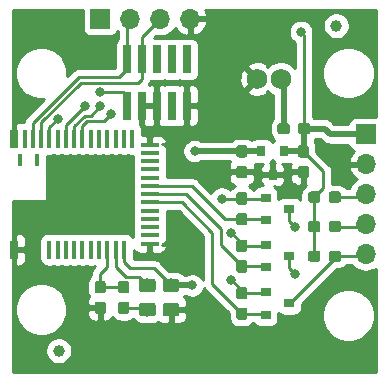
<source format=gtl>
G04 #@! TF.GenerationSoftware,KiCad,Pcbnew,(5.1.2-1)-1*
G04 #@! TF.CreationDate,2019-08-31T04:18:35+09:00*
G04 #@! TF.ProjectId,Schematic,53636865-6d61-4746-9963-2e6b69636164,rev?*
G04 #@! TF.SameCoordinates,Original*
G04 #@! TF.FileFunction,Copper,L1,Top*
G04 #@! TF.FilePolarity,Positive*
%FSLAX46Y46*%
G04 Gerber Fmt 4.6, Leading zero omitted, Abs format (unit mm)*
G04 Created by KiCad (PCBNEW (5.1.2-1)-1) date 2019-08-31 04:18:35*
%MOMM*%
%LPD*%
G04 APERTURE LIST*
%ADD10C,1.000000*%
%ADD11R,0.800000X1.600000*%
%ADD12R,1.600000X0.400000*%
%ADD13R,0.400000X1.600000*%
%ADD14R,0.400000X1.000000*%
%ADD15O,1.700000X1.700000*%
%ADD16R,1.700000X1.700000*%
%ADD17C,0.100000*%
%ADD18C,0.950000*%
%ADD19C,1.750000*%
%ADD20R,0.800000X0.900000*%
%ADD21R,0.900000X0.800000*%
%ADD22C,1.150000*%
%ADD23R,0.740000X2.400000*%
%ADD24C,0.800000*%
%ADD25C,0.250000*%
%ADD26C,0.500000*%
%ADD27C,0.254000*%
G04 APERTURE END LIST*
D10*
X118000000Y-62000000D03*
X94500000Y-89500000D03*
D11*
X90700000Y-80950000D03*
D12*
X102200000Y-80450000D03*
D13*
X100700000Y-71550000D03*
D11*
X90700000Y-71550000D03*
D14*
X91250000Y-73350000D03*
X92650000Y-73350000D03*
D12*
X102200000Y-79750000D03*
X102200000Y-79050000D03*
X102200000Y-78350000D03*
X102200000Y-77650000D03*
X102200000Y-76950000D03*
X102200000Y-76250000D03*
X102200000Y-75550000D03*
X102200000Y-74850000D03*
X102200000Y-74150000D03*
X102200000Y-73450000D03*
X102200000Y-72750000D03*
X102200000Y-72050000D03*
D13*
X100000000Y-71550000D03*
X99300000Y-71550000D03*
X98600000Y-71550000D03*
X97900000Y-71550000D03*
X97200000Y-71550000D03*
X96500000Y-71550000D03*
X95800000Y-71550000D03*
X95100000Y-71550000D03*
X94400000Y-71550000D03*
X93700000Y-71550000D03*
X93000000Y-71550000D03*
X92300000Y-71550000D03*
X91600000Y-71550000D03*
X93700000Y-80950000D03*
X94400000Y-80950000D03*
X95100000Y-80950000D03*
X95800000Y-80950000D03*
X96500000Y-80950000D03*
X97200000Y-80950000D03*
X97900000Y-80950000D03*
X98600000Y-80950000D03*
X99300000Y-80950000D03*
X100000000Y-80950000D03*
D15*
X120500000Y-81330000D03*
X120500000Y-78790000D03*
X120500000Y-76250000D03*
X120500000Y-73710000D03*
D16*
X120500000Y-71170000D03*
D17*
G36*
X115585779Y-70226144D02*
G01*
X115608834Y-70229563D01*
X115631443Y-70235227D01*
X115653387Y-70243079D01*
X115674457Y-70253044D01*
X115694448Y-70265026D01*
X115713168Y-70278910D01*
X115730438Y-70294562D01*
X115746090Y-70311832D01*
X115759974Y-70330552D01*
X115771956Y-70350543D01*
X115781921Y-70371613D01*
X115789773Y-70393557D01*
X115795437Y-70416166D01*
X115798856Y-70439221D01*
X115800000Y-70462500D01*
X115800000Y-70937500D01*
X115798856Y-70960779D01*
X115795437Y-70983834D01*
X115789773Y-71006443D01*
X115781921Y-71028387D01*
X115771956Y-71049457D01*
X115759974Y-71069448D01*
X115746090Y-71088168D01*
X115730438Y-71105438D01*
X115713168Y-71121090D01*
X115694448Y-71134974D01*
X115674457Y-71146956D01*
X115653387Y-71156921D01*
X115631443Y-71164773D01*
X115608834Y-71170437D01*
X115585779Y-71173856D01*
X115562500Y-71175000D01*
X114987500Y-71175000D01*
X114964221Y-71173856D01*
X114941166Y-71170437D01*
X114918557Y-71164773D01*
X114896613Y-71156921D01*
X114875543Y-71146956D01*
X114855552Y-71134974D01*
X114836832Y-71121090D01*
X114819562Y-71105438D01*
X114803910Y-71088168D01*
X114790026Y-71069448D01*
X114778044Y-71049457D01*
X114768079Y-71028387D01*
X114760227Y-71006443D01*
X114754563Y-70983834D01*
X114751144Y-70960779D01*
X114750000Y-70937500D01*
X114750000Y-70462500D01*
X114751144Y-70439221D01*
X114754563Y-70416166D01*
X114760227Y-70393557D01*
X114768079Y-70371613D01*
X114778044Y-70350543D01*
X114790026Y-70330552D01*
X114803910Y-70311832D01*
X114819562Y-70294562D01*
X114836832Y-70278910D01*
X114855552Y-70265026D01*
X114875543Y-70253044D01*
X114896613Y-70243079D01*
X114918557Y-70235227D01*
X114941166Y-70229563D01*
X114964221Y-70226144D01*
X114987500Y-70225000D01*
X115562500Y-70225000D01*
X115585779Y-70226144D01*
X115585779Y-70226144D01*
G37*
D18*
X115275000Y-70700000D03*
D17*
G36*
X113835779Y-70226144D02*
G01*
X113858834Y-70229563D01*
X113881443Y-70235227D01*
X113903387Y-70243079D01*
X113924457Y-70253044D01*
X113944448Y-70265026D01*
X113963168Y-70278910D01*
X113980438Y-70294562D01*
X113996090Y-70311832D01*
X114009974Y-70330552D01*
X114021956Y-70350543D01*
X114031921Y-70371613D01*
X114039773Y-70393557D01*
X114045437Y-70416166D01*
X114048856Y-70439221D01*
X114050000Y-70462500D01*
X114050000Y-70937500D01*
X114048856Y-70960779D01*
X114045437Y-70983834D01*
X114039773Y-71006443D01*
X114031921Y-71028387D01*
X114021956Y-71049457D01*
X114009974Y-71069448D01*
X113996090Y-71088168D01*
X113980438Y-71105438D01*
X113963168Y-71121090D01*
X113944448Y-71134974D01*
X113924457Y-71146956D01*
X113903387Y-71156921D01*
X113881443Y-71164773D01*
X113858834Y-71170437D01*
X113835779Y-71173856D01*
X113812500Y-71175000D01*
X113237500Y-71175000D01*
X113214221Y-71173856D01*
X113191166Y-71170437D01*
X113168557Y-71164773D01*
X113146613Y-71156921D01*
X113125543Y-71146956D01*
X113105552Y-71134974D01*
X113086832Y-71121090D01*
X113069562Y-71105438D01*
X113053910Y-71088168D01*
X113040026Y-71069448D01*
X113028044Y-71049457D01*
X113018079Y-71028387D01*
X113010227Y-71006443D01*
X113004563Y-70983834D01*
X113001144Y-70960779D01*
X113000000Y-70937500D01*
X113000000Y-70462500D01*
X113001144Y-70439221D01*
X113004563Y-70416166D01*
X113010227Y-70393557D01*
X113018079Y-70371613D01*
X113028044Y-70350543D01*
X113040026Y-70330552D01*
X113053910Y-70311832D01*
X113069562Y-70294562D01*
X113086832Y-70278910D01*
X113105552Y-70265026D01*
X113125543Y-70253044D01*
X113146613Y-70243079D01*
X113168557Y-70235227D01*
X113191166Y-70229563D01*
X113214221Y-70226144D01*
X113237500Y-70225000D01*
X113812500Y-70225000D01*
X113835779Y-70226144D01*
X113835779Y-70226144D01*
G37*
D18*
X113525000Y-70700000D03*
D19*
X113300000Y-66500000D03*
X111300000Y-66500000D03*
D20*
X112600000Y-74600000D03*
X111650000Y-72600000D03*
X113550000Y-72600000D03*
D17*
G36*
X98260779Y-85351144D02*
G01*
X98283834Y-85354563D01*
X98306443Y-85360227D01*
X98328387Y-85368079D01*
X98349457Y-85378044D01*
X98369448Y-85390026D01*
X98388168Y-85403910D01*
X98405438Y-85419562D01*
X98421090Y-85436832D01*
X98434974Y-85455552D01*
X98446956Y-85475543D01*
X98456921Y-85496613D01*
X98464773Y-85518557D01*
X98470437Y-85541166D01*
X98473856Y-85564221D01*
X98475000Y-85587500D01*
X98475000Y-86162500D01*
X98473856Y-86185779D01*
X98470437Y-86208834D01*
X98464773Y-86231443D01*
X98456921Y-86253387D01*
X98446956Y-86274457D01*
X98434974Y-86294448D01*
X98421090Y-86313168D01*
X98405438Y-86330438D01*
X98388168Y-86346090D01*
X98369448Y-86359974D01*
X98349457Y-86371956D01*
X98328387Y-86381921D01*
X98306443Y-86389773D01*
X98283834Y-86395437D01*
X98260779Y-86398856D01*
X98237500Y-86400000D01*
X97762500Y-86400000D01*
X97739221Y-86398856D01*
X97716166Y-86395437D01*
X97693557Y-86389773D01*
X97671613Y-86381921D01*
X97650543Y-86371956D01*
X97630552Y-86359974D01*
X97611832Y-86346090D01*
X97594562Y-86330438D01*
X97578910Y-86313168D01*
X97565026Y-86294448D01*
X97553044Y-86274457D01*
X97543079Y-86253387D01*
X97535227Y-86231443D01*
X97529563Y-86208834D01*
X97526144Y-86185779D01*
X97525000Y-86162500D01*
X97525000Y-85587500D01*
X97526144Y-85564221D01*
X97529563Y-85541166D01*
X97535227Y-85518557D01*
X97543079Y-85496613D01*
X97553044Y-85475543D01*
X97565026Y-85455552D01*
X97578910Y-85436832D01*
X97594562Y-85419562D01*
X97611832Y-85403910D01*
X97630552Y-85390026D01*
X97650543Y-85378044D01*
X97671613Y-85368079D01*
X97693557Y-85360227D01*
X97716166Y-85354563D01*
X97739221Y-85351144D01*
X97762500Y-85350000D01*
X98237500Y-85350000D01*
X98260779Y-85351144D01*
X98260779Y-85351144D01*
G37*
D18*
X98000000Y-85875000D03*
D17*
G36*
X98260779Y-83601144D02*
G01*
X98283834Y-83604563D01*
X98306443Y-83610227D01*
X98328387Y-83618079D01*
X98349457Y-83628044D01*
X98369448Y-83640026D01*
X98388168Y-83653910D01*
X98405438Y-83669562D01*
X98421090Y-83686832D01*
X98434974Y-83705552D01*
X98446956Y-83725543D01*
X98456921Y-83746613D01*
X98464773Y-83768557D01*
X98470437Y-83791166D01*
X98473856Y-83814221D01*
X98475000Y-83837500D01*
X98475000Y-84412500D01*
X98473856Y-84435779D01*
X98470437Y-84458834D01*
X98464773Y-84481443D01*
X98456921Y-84503387D01*
X98446956Y-84524457D01*
X98434974Y-84544448D01*
X98421090Y-84563168D01*
X98405438Y-84580438D01*
X98388168Y-84596090D01*
X98369448Y-84609974D01*
X98349457Y-84621956D01*
X98328387Y-84631921D01*
X98306443Y-84639773D01*
X98283834Y-84645437D01*
X98260779Y-84648856D01*
X98237500Y-84650000D01*
X97762500Y-84650000D01*
X97739221Y-84648856D01*
X97716166Y-84645437D01*
X97693557Y-84639773D01*
X97671613Y-84631921D01*
X97650543Y-84621956D01*
X97630552Y-84609974D01*
X97611832Y-84596090D01*
X97594562Y-84580438D01*
X97578910Y-84563168D01*
X97565026Y-84544448D01*
X97553044Y-84524457D01*
X97543079Y-84503387D01*
X97535227Y-84481443D01*
X97529563Y-84458834D01*
X97526144Y-84435779D01*
X97525000Y-84412500D01*
X97525000Y-83837500D01*
X97526144Y-83814221D01*
X97529563Y-83791166D01*
X97535227Y-83768557D01*
X97543079Y-83746613D01*
X97553044Y-83725543D01*
X97565026Y-83705552D01*
X97578910Y-83686832D01*
X97594562Y-83669562D01*
X97611832Y-83653910D01*
X97630552Y-83640026D01*
X97650543Y-83628044D01*
X97671613Y-83618079D01*
X97693557Y-83610227D01*
X97716166Y-83604563D01*
X97739221Y-83601144D01*
X97762500Y-83600000D01*
X98237500Y-83600000D01*
X98260779Y-83601144D01*
X98260779Y-83601144D01*
G37*
D18*
X98000000Y-84125000D03*
D17*
G36*
X110260779Y-73851144D02*
G01*
X110283834Y-73854563D01*
X110306443Y-73860227D01*
X110328387Y-73868079D01*
X110349457Y-73878044D01*
X110369448Y-73890026D01*
X110388168Y-73903910D01*
X110405438Y-73919562D01*
X110421090Y-73936832D01*
X110434974Y-73955552D01*
X110446956Y-73975543D01*
X110456921Y-73996613D01*
X110464773Y-74018557D01*
X110470437Y-74041166D01*
X110473856Y-74064221D01*
X110475000Y-74087500D01*
X110475000Y-74662500D01*
X110473856Y-74685779D01*
X110470437Y-74708834D01*
X110464773Y-74731443D01*
X110456921Y-74753387D01*
X110446956Y-74774457D01*
X110434974Y-74794448D01*
X110421090Y-74813168D01*
X110405438Y-74830438D01*
X110388168Y-74846090D01*
X110369448Y-74859974D01*
X110349457Y-74871956D01*
X110328387Y-74881921D01*
X110306443Y-74889773D01*
X110283834Y-74895437D01*
X110260779Y-74898856D01*
X110237500Y-74900000D01*
X109762500Y-74900000D01*
X109739221Y-74898856D01*
X109716166Y-74895437D01*
X109693557Y-74889773D01*
X109671613Y-74881921D01*
X109650543Y-74871956D01*
X109630552Y-74859974D01*
X109611832Y-74846090D01*
X109594562Y-74830438D01*
X109578910Y-74813168D01*
X109565026Y-74794448D01*
X109553044Y-74774457D01*
X109543079Y-74753387D01*
X109535227Y-74731443D01*
X109529563Y-74708834D01*
X109526144Y-74685779D01*
X109525000Y-74662500D01*
X109525000Y-74087500D01*
X109526144Y-74064221D01*
X109529563Y-74041166D01*
X109535227Y-74018557D01*
X109543079Y-73996613D01*
X109553044Y-73975543D01*
X109565026Y-73955552D01*
X109578910Y-73936832D01*
X109594562Y-73919562D01*
X109611832Y-73903910D01*
X109630552Y-73890026D01*
X109650543Y-73878044D01*
X109671613Y-73868079D01*
X109693557Y-73860227D01*
X109716166Y-73854563D01*
X109739221Y-73851144D01*
X109762500Y-73850000D01*
X110237500Y-73850000D01*
X110260779Y-73851144D01*
X110260779Y-73851144D01*
G37*
D18*
X110000000Y-74375000D03*
D17*
G36*
X110260779Y-72101144D02*
G01*
X110283834Y-72104563D01*
X110306443Y-72110227D01*
X110328387Y-72118079D01*
X110349457Y-72128044D01*
X110369448Y-72140026D01*
X110388168Y-72153910D01*
X110405438Y-72169562D01*
X110421090Y-72186832D01*
X110434974Y-72205552D01*
X110446956Y-72225543D01*
X110456921Y-72246613D01*
X110464773Y-72268557D01*
X110470437Y-72291166D01*
X110473856Y-72314221D01*
X110475000Y-72337500D01*
X110475000Y-72912500D01*
X110473856Y-72935779D01*
X110470437Y-72958834D01*
X110464773Y-72981443D01*
X110456921Y-73003387D01*
X110446956Y-73024457D01*
X110434974Y-73044448D01*
X110421090Y-73063168D01*
X110405438Y-73080438D01*
X110388168Y-73096090D01*
X110369448Y-73109974D01*
X110349457Y-73121956D01*
X110328387Y-73131921D01*
X110306443Y-73139773D01*
X110283834Y-73145437D01*
X110260779Y-73148856D01*
X110237500Y-73150000D01*
X109762500Y-73150000D01*
X109739221Y-73148856D01*
X109716166Y-73145437D01*
X109693557Y-73139773D01*
X109671613Y-73131921D01*
X109650543Y-73121956D01*
X109630552Y-73109974D01*
X109611832Y-73096090D01*
X109594562Y-73080438D01*
X109578910Y-73063168D01*
X109565026Y-73044448D01*
X109553044Y-73024457D01*
X109543079Y-73003387D01*
X109535227Y-72981443D01*
X109529563Y-72958834D01*
X109526144Y-72935779D01*
X109525000Y-72912500D01*
X109525000Y-72337500D01*
X109526144Y-72314221D01*
X109529563Y-72291166D01*
X109535227Y-72268557D01*
X109543079Y-72246613D01*
X109553044Y-72225543D01*
X109565026Y-72205552D01*
X109578910Y-72186832D01*
X109594562Y-72169562D01*
X109611832Y-72153910D01*
X109630552Y-72140026D01*
X109650543Y-72128044D01*
X109671613Y-72118079D01*
X109693557Y-72110227D01*
X109716166Y-72104563D01*
X109739221Y-72101144D01*
X109762500Y-72100000D01*
X110237500Y-72100000D01*
X110260779Y-72101144D01*
X110260779Y-72101144D01*
G37*
D18*
X110000000Y-72625000D03*
D17*
G36*
X115460779Y-73851144D02*
G01*
X115483834Y-73854563D01*
X115506443Y-73860227D01*
X115528387Y-73868079D01*
X115549457Y-73878044D01*
X115569448Y-73890026D01*
X115588168Y-73903910D01*
X115605438Y-73919562D01*
X115621090Y-73936832D01*
X115634974Y-73955552D01*
X115646956Y-73975543D01*
X115656921Y-73996613D01*
X115664773Y-74018557D01*
X115670437Y-74041166D01*
X115673856Y-74064221D01*
X115675000Y-74087500D01*
X115675000Y-74662500D01*
X115673856Y-74685779D01*
X115670437Y-74708834D01*
X115664773Y-74731443D01*
X115656921Y-74753387D01*
X115646956Y-74774457D01*
X115634974Y-74794448D01*
X115621090Y-74813168D01*
X115605438Y-74830438D01*
X115588168Y-74846090D01*
X115569448Y-74859974D01*
X115549457Y-74871956D01*
X115528387Y-74881921D01*
X115506443Y-74889773D01*
X115483834Y-74895437D01*
X115460779Y-74898856D01*
X115437500Y-74900000D01*
X114962500Y-74900000D01*
X114939221Y-74898856D01*
X114916166Y-74895437D01*
X114893557Y-74889773D01*
X114871613Y-74881921D01*
X114850543Y-74871956D01*
X114830552Y-74859974D01*
X114811832Y-74846090D01*
X114794562Y-74830438D01*
X114778910Y-74813168D01*
X114765026Y-74794448D01*
X114753044Y-74774457D01*
X114743079Y-74753387D01*
X114735227Y-74731443D01*
X114729563Y-74708834D01*
X114726144Y-74685779D01*
X114725000Y-74662500D01*
X114725000Y-74087500D01*
X114726144Y-74064221D01*
X114729563Y-74041166D01*
X114735227Y-74018557D01*
X114743079Y-73996613D01*
X114753044Y-73975543D01*
X114765026Y-73955552D01*
X114778910Y-73936832D01*
X114794562Y-73919562D01*
X114811832Y-73903910D01*
X114830552Y-73890026D01*
X114850543Y-73878044D01*
X114871613Y-73868079D01*
X114893557Y-73860227D01*
X114916166Y-73854563D01*
X114939221Y-73851144D01*
X114962500Y-73850000D01*
X115437500Y-73850000D01*
X115460779Y-73851144D01*
X115460779Y-73851144D01*
G37*
D18*
X115200000Y-74375000D03*
D17*
G36*
X115460779Y-72101144D02*
G01*
X115483834Y-72104563D01*
X115506443Y-72110227D01*
X115528387Y-72118079D01*
X115549457Y-72128044D01*
X115569448Y-72140026D01*
X115588168Y-72153910D01*
X115605438Y-72169562D01*
X115621090Y-72186832D01*
X115634974Y-72205552D01*
X115646956Y-72225543D01*
X115656921Y-72246613D01*
X115664773Y-72268557D01*
X115670437Y-72291166D01*
X115673856Y-72314221D01*
X115675000Y-72337500D01*
X115675000Y-72912500D01*
X115673856Y-72935779D01*
X115670437Y-72958834D01*
X115664773Y-72981443D01*
X115656921Y-73003387D01*
X115646956Y-73024457D01*
X115634974Y-73044448D01*
X115621090Y-73063168D01*
X115605438Y-73080438D01*
X115588168Y-73096090D01*
X115569448Y-73109974D01*
X115549457Y-73121956D01*
X115528387Y-73131921D01*
X115506443Y-73139773D01*
X115483834Y-73145437D01*
X115460779Y-73148856D01*
X115437500Y-73150000D01*
X114962500Y-73150000D01*
X114939221Y-73148856D01*
X114916166Y-73145437D01*
X114893557Y-73139773D01*
X114871613Y-73131921D01*
X114850543Y-73121956D01*
X114830552Y-73109974D01*
X114811832Y-73096090D01*
X114794562Y-73080438D01*
X114778910Y-73063168D01*
X114765026Y-73044448D01*
X114753044Y-73024457D01*
X114743079Y-73003387D01*
X114735227Y-72981443D01*
X114729563Y-72958834D01*
X114726144Y-72935779D01*
X114725000Y-72912500D01*
X114725000Y-72337500D01*
X114726144Y-72314221D01*
X114729563Y-72291166D01*
X114735227Y-72268557D01*
X114743079Y-72246613D01*
X114753044Y-72225543D01*
X114765026Y-72205552D01*
X114778910Y-72186832D01*
X114794562Y-72169562D01*
X114811832Y-72153910D01*
X114830552Y-72140026D01*
X114850543Y-72128044D01*
X114871613Y-72118079D01*
X114893557Y-72110227D01*
X114916166Y-72104563D01*
X114939221Y-72101144D01*
X114962500Y-72100000D01*
X115437500Y-72100000D01*
X115460779Y-72101144D01*
X115460779Y-72101144D01*
G37*
D18*
X115200000Y-72625000D03*
D17*
G36*
X118185779Y-81026144D02*
G01*
X118208834Y-81029563D01*
X118231443Y-81035227D01*
X118253387Y-81043079D01*
X118274457Y-81053044D01*
X118294448Y-81065026D01*
X118313168Y-81078910D01*
X118330438Y-81094562D01*
X118346090Y-81111832D01*
X118359974Y-81130552D01*
X118371956Y-81150543D01*
X118381921Y-81171613D01*
X118389773Y-81193557D01*
X118395437Y-81216166D01*
X118398856Y-81239221D01*
X118400000Y-81262500D01*
X118400000Y-81737500D01*
X118398856Y-81760779D01*
X118395437Y-81783834D01*
X118389773Y-81806443D01*
X118381921Y-81828387D01*
X118371956Y-81849457D01*
X118359974Y-81869448D01*
X118346090Y-81888168D01*
X118330438Y-81905438D01*
X118313168Y-81921090D01*
X118294448Y-81934974D01*
X118274457Y-81946956D01*
X118253387Y-81956921D01*
X118231443Y-81964773D01*
X118208834Y-81970437D01*
X118185779Y-81973856D01*
X118162500Y-81975000D01*
X117587500Y-81975000D01*
X117564221Y-81973856D01*
X117541166Y-81970437D01*
X117518557Y-81964773D01*
X117496613Y-81956921D01*
X117475543Y-81946956D01*
X117455552Y-81934974D01*
X117436832Y-81921090D01*
X117419562Y-81905438D01*
X117403910Y-81888168D01*
X117390026Y-81869448D01*
X117378044Y-81849457D01*
X117368079Y-81828387D01*
X117360227Y-81806443D01*
X117354563Y-81783834D01*
X117351144Y-81760779D01*
X117350000Y-81737500D01*
X117350000Y-81262500D01*
X117351144Y-81239221D01*
X117354563Y-81216166D01*
X117360227Y-81193557D01*
X117368079Y-81171613D01*
X117378044Y-81150543D01*
X117390026Y-81130552D01*
X117403910Y-81111832D01*
X117419562Y-81094562D01*
X117436832Y-81078910D01*
X117455552Y-81065026D01*
X117475543Y-81053044D01*
X117496613Y-81043079D01*
X117518557Y-81035227D01*
X117541166Y-81029563D01*
X117564221Y-81026144D01*
X117587500Y-81025000D01*
X118162500Y-81025000D01*
X118185779Y-81026144D01*
X118185779Y-81026144D01*
G37*
D18*
X117875000Y-81500000D03*
D17*
G36*
X116435779Y-81026144D02*
G01*
X116458834Y-81029563D01*
X116481443Y-81035227D01*
X116503387Y-81043079D01*
X116524457Y-81053044D01*
X116544448Y-81065026D01*
X116563168Y-81078910D01*
X116580438Y-81094562D01*
X116596090Y-81111832D01*
X116609974Y-81130552D01*
X116621956Y-81150543D01*
X116631921Y-81171613D01*
X116639773Y-81193557D01*
X116645437Y-81216166D01*
X116648856Y-81239221D01*
X116650000Y-81262500D01*
X116650000Y-81737500D01*
X116648856Y-81760779D01*
X116645437Y-81783834D01*
X116639773Y-81806443D01*
X116631921Y-81828387D01*
X116621956Y-81849457D01*
X116609974Y-81869448D01*
X116596090Y-81888168D01*
X116580438Y-81905438D01*
X116563168Y-81921090D01*
X116544448Y-81934974D01*
X116524457Y-81946956D01*
X116503387Y-81956921D01*
X116481443Y-81964773D01*
X116458834Y-81970437D01*
X116435779Y-81973856D01*
X116412500Y-81975000D01*
X115837500Y-81975000D01*
X115814221Y-81973856D01*
X115791166Y-81970437D01*
X115768557Y-81964773D01*
X115746613Y-81956921D01*
X115725543Y-81946956D01*
X115705552Y-81934974D01*
X115686832Y-81921090D01*
X115669562Y-81905438D01*
X115653910Y-81888168D01*
X115640026Y-81869448D01*
X115628044Y-81849457D01*
X115618079Y-81828387D01*
X115610227Y-81806443D01*
X115604563Y-81783834D01*
X115601144Y-81760779D01*
X115600000Y-81737500D01*
X115600000Y-81262500D01*
X115601144Y-81239221D01*
X115604563Y-81216166D01*
X115610227Y-81193557D01*
X115618079Y-81171613D01*
X115628044Y-81150543D01*
X115640026Y-81130552D01*
X115653910Y-81111832D01*
X115669562Y-81094562D01*
X115686832Y-81078910D01*
X115705552Y-81065026D01*
X115725543Y-81053044D01*
X115746613Y-81043079D01*
X115768557Y-81035227D01*
X115791166Y-81029563D01*
X115814221Y-81026144D01*
X115837500Y-81025000D01*
X116412500Y-81025000D01*
X116435779Y-81026144D01*
X116435779Y-81026144D01*
G37*
D18*
X116125000Y-81500000D03*
D17*
G36*
X118185779Y-78526144D02*
G01*
X118208834Y-78529563D01*
X118231443Y-78535227D01*
X118253387Y-78543079D01*
X118274457Y-78553044D01*
X118294448Y-78565026D01*
X118313168Y-78578910D01*
X118330438Y-78594562D01*
X118346090Y-78611832D01*
X118359974Y-78630552D01*
X118371956Y-78650543D01*
X118381921Y-78671613D01*
X118389773Y-78693557D01*
X118395437Y-78716166D01*
X118398856Y-78739221D01*
X118400000Y-78762500D01*
X118400000Y-79237500D01*
X118398856Y-79260779D01*
X118395437Y-79283834D01*
X118389773Y-79306443D01*
X118381921Y-79328387D01*
X118371956Y-79349457D01*
X118359974Y-79369448D01*
X118346090Y-79388168D01*
X118330438Y-79405438D01*
X118313168Y-79421090D01*
X118294448Y-79434974D01*
X118274457Y-79446956D01*
X118253387Y-79456921D01*
X118231443Y-79464773D01*
X118208834Y-79470437D01*
X118185779Y-79473856D01*
X118162500Y-79475000D01*
X117587500Y-79475000D01*
X117564221Y-79473856D01*
X117541166Y-79470437D01*
X117518557Y-79464773D01*
X117496613Y-79456921D01*
X117475543Y-79446956D01*
X117455552Y-79434974D01*
X117436832Y-79421090D01*
X117419562Y-79405438D01*
X117403910Y-79388168D01*
X117390026Y-79369448D01*
X117378044Y-79349457D01*
X117368079Y-79328387D01*
X117360227Y-79306443D01*
X117354563Y-79283834D01*
X117351144Y-79260779D01*
X117350000Y-79237500D01*
X117350000Y-78762500D01*
X117351144Y-78739221D01*
X117354563Y-78716166D01*
X117360227Y-78693557D01*
X117368079Y-78671613D01*
X117378044Y-78650543D01*
X117390026Y-78630552D01*
X117403910Y-78611832D01*
X117419562Y-78594562D01*
X117436832Y-78578910D01*
X117455552Y-78565026D01*
X117475543Y-78553044D01*
X117496613Y-78543079D01*
X117518557Y-78535227D01*
X117541166Y-78529563D01*
X117564221Y-78526144D01*
X117587500Y-78525000D01*
X118162500Y-78525000D01*
X118185779Y-78526144D01*
X118185779Y-78526144D01*
G37*
D18*
X117875000Y-79000000D03*
D17*
G36*
X116435779Y-78526144D02*
G01*
X116458834Y-78529563D01*
X116481443Y-78535227D01*
X116503387Y-78543079D01*
X116524457Y-78553044D01*
X116544448Y-78565026D01*
X116563168Y-78578910D01*
X116580438Y-78594562D01*
X116596090Y-78611832D01*
X116609974Y-78630552D01*
X116621956Y-78650543D01*
X116631921Y-78671613D01*
X116639773Y-78693557D01*
X116645437Y-78716166D01*
X116648856Y-78739221D01*
X116650000Y-78762500D01*
X116650000Y-79237500D01*
X116648856Y-79260779D01*
X116645437Y-79283834D01*
X116639773Y-79306443D01*
X116631921Y-79328387D01*
X116621956Y-79349457D01*
X116609974Y-79369448D01*
X116596090Y-79388168D01*
X116580438Y-79405438D01*
X116563168Y-79421090D01*
X116544448Y-79434974D01*
X116524457Y-79446956D01*
X116503387Y-79456921D01*
X116481443Y-79464773D01*
X116458834Y-79470437D01*
X116435779Y-79473856D01*
X116412500Y-79475000D01*
X115837500Y-79475000D01*
X115814221Y-79473856D01*
X115791166Y-79470437D01*
X115768557Y-79464773D01*
X115746613Y-79456921D01*
X115725543Y-79446956D01*
X115705552Y-79434974D01*
X115686832Y-79421090D01*
X115669562Y-79405438D01*
X115653910Y-79388168D01*
X115640026Y-79369448D01*
X115628044Y-79349457D01*
X115618079Y-79328387D01*
X115610227Y-79306443D01*
X115604563Y-79283834D01*
X115601144Y-79260779D01*
X115600000Y-79237500D01*
X115600000Y-78762500D01*
X115601144Y-78739221D01*
X115604563Y-78716166D01*
X115610227Y-78693557D01*
X115618079Y-78671613D01*
X115628044Y-78650543D01*
X115640026Y-78630552D01*
X115653910Y-78611832D01*
X115669562Y-78594562D01*
X115686832Y-78578910D01*
X115705552Y-78565026D01*
X115725543Y-78553044D01*
X115746613Y-78543079D01*
X115768557Y-78535227D01*
X115791166Y-78529563D01*
X115814221Y-78526144D01*
X115837500Y-78525000D01*
X116412500Y-78525000D01*
X116435779Y-78526144D01*
X116435779Y-78526144D01*
G37*
D18*
X116125000Y-79000000D03*
D17*
G36*
X118185779Y-76026144D02*
G01*
X118208834Y-76029563D01*
X118231443Y-76035227D01*
X118253387Y-76043079D01*
X118274457Y-76053044D01*
X118294448Y-76065026D01*
X118313168Y-76078910D01*
X118330438Y-76094562D01*
X118346090Y-76111832D01*
X118359974Y-76130552D01*
X118371956Y-76150543D01*
X118381921Y-76171613D01*
X118389773Y-76193557D01*
X118395437Y-76216166D01*
X118398856Y-76239221D01*
X118400000Y-76262500D01*
X118400000Y-76737500D01*
X118398856Y-76760779D01*
X118395437Y-76783834D01*
X118389773Y-76806443D01*
X118381921Y-76828387D01*
X118371956Y-76849457D01*
X118359974Y-76869448D01*
X118346090Y-76888168D01*
X118330438Y-76905438D01*
X118313168Y-76921090D01*
X118294448Y-76934974D01*
X118274457Y-76946956D01*
X118253387Y-76956921D01*
X118231443Y-76964773D01*
X118208834Y-76970437D01*
X118185779Y-76973856D01*
X118162500Y-76975000D01*
X117587500Y-76975000D01*
X117564221Y-76973856D01*
X117541166Y-76970437D01*
X117518557Y-76964773D01*
X117496613Y-76956921D01*
X117475543Y-76946956D01*
X117455552Y-76934974D01*
X117436832Y-76921090D01*
X117419562Y-76905438D01*
X117403910Y-76888168D01*
X117390026Y-76869448D01*
X117378044Y-76849457D01*
X117368079Y-76828387D01*
X117360227Y-76806443D01*
X117354563Y-76783834D01*
X117351144Y-76760779D01*
X117350000Y-76737500D01*
X117350000Y-76262500D01*
X117351144Y-76239221D01*
X117354563Y-76216166D01*
X117360227Y-76193557D01*
X117368079Y-76171613D01*
X117378044Y-76150543D01*
X117390026Y-76130552D01*
X117403910Y-76111832D01*
X117419562Y-76094562D01*
X117436832Y-76078910D01*
X117455552Y-76065026D01*
X117475543Y-76053044D01*
X117496613Y-76043079D01*
X117518557Y-76035227D01*
X117541166Y-76029563D01*
X117564221Y-76026144D01*
X117587500Y-76025000D01*
X118162500Y-76025000D01*
X118185779Y-76026144D01*
X118185779Y-76026144D01*
G37*
D18*
X117875000Y-76500000D03*
D17*
G36*
X116435779Y-76026144D02*
G01*
X116458834Y-76029563D01*
X116481443Y-76035227D01*
X116503387Y-76043079D01*
X116524457Y-76053044D01*
X116544448Y-76065026D01*
X116563168Y-76078910D01*
X116580438Y-76094562D01*
X116596090Y-76111832D01*
X116609974Y-76130552D01*
X116621956Y-76150543D01*
X116631921Y-76171613D01*
X116639773Y-76193557D01*
X116645437Y-76216166D01*
X116648856Y-76239221D01*
X116650000Y-76262500D01*
X116650000Y-76737500D01*
X116648856Y-76760779D01*
X116645437Y-76783834D01*
X116639773Y-76806443D01*
X116631921Y-76828387D01*
X116621956Y-76849457D01*
X116609974Y-76869448D01*
X116596090Y-76888168D01*
X116580438Y-76905438D01*
X116563168Y-76921090D01*
X116544448Y-76934974D01*
X116524457Y-76946956D01*
X116503387Y-76956921D01*
X116481443Y-76964773D01*
X116458834Y-76970437D01*
X116435779Y-76973856D01*
X116412500Y-76975000D01*
X115837500Y-76975000D01*
X115814221Y-76973856D01*
X115791166Y-76970437D01*
X115768557Y-76964773D01*
X115746613Y-76956921D01*
X115725543Y-76946956D01*
X115705552Y-76934974D01*
X115686832Y-76921090D01*
X115669562Y-76905438D01*
X115653910Y-76888168D01*
X115640026Y-76869448D01*
X115628044Y-76849457D01*
X115618079Y-76828387D01*
X115610227Y-76806443D01*
X115604563Y-76783834D01*
X115601144Y-76760779D01*
X115600000Y-76737500D01*
X115600000Y-76262500D01*
X115601144Y-76239221D01*
X115604563Y-76216166D01*
X115610227Y-76193557D01*
X115618079Y-76171613D01*
X115628044Y-76150543D01*
X115640026Y-76130552D01*
X115653910Y-76111832D01*
X115669562Y-76094562D01*
X115686832Y-76078910D01*
X115705552Y-76065026D01*
X115725543Y-76053044D01*
X115746613Y-76043079D01*
X115768557Y-76035227D01*
X115791166Y-76029563D01*
X115814221Y-76026144D01*
X115837500Y-76025000D01*
X116412500Y-76025000D01*
X116435779Y-76026144D01*
X116435779Y-76026144D01*
G37*
D18*
X116125000Y-76500000D03*
D17*
G36*
X110260779Y-85851144D02*
G01*
X110283834Y-85854563D01*
X110306443Y-85860227D01*
X110328387Y-85868079D01*
X110349457Y-85878044D01*
X110369448Y-85890026D01*
X110388168Y-85903910D01*
X110405438Y-85919562D01*
X110421090Y-85936832D01*
X110434974Y-85955552D01*
X110446956Y-85975543D01*
X110456921Y-85996613D01*
X110464773Y-86018557D01*
X110470437Y-86041166D01*
X110473856Y-86064221D01*
X110475000Y-86087500D01*
X110475000Y-86662500D01*
X110473856Y-86685779D01*
X110470437Y-86708834D01*
X110464773Y-86731443D01*
X110456921Y-86753387D01*
X110446956Y-86774457D01*
X110434974Y-86794448D01*
X110421090Y-86813168D01*
X110405438Y-86830438D01*
X110388168Y-86846090D01*
X110369448Y-86859974D01*
X110349457Y-86871956D01*
X110328387Y-86881921D01*
X110306443Y-86889773D01*
X110283834Y-86895437D01*
X110260779Y-86898856D01*
X110237500Y-86900000D01*
X109762500Y-86900000D01*
X109739221Y-86898856D01*
X109716166Y-86895437D01*
X109693557Y-86889773D01*
X109671613Y-86881921D01*
X109650543Y-86871956D01*
X109630552Y-86859974D01*
X109611832Y-86846090D01*
X109594562Y-86830438D01*
X109578910Y-86813168D01*
X109565026Y-86794448D01*
X109553044Y-86774457D01*
X109543079Y-86753387D01*
X109535227Y-86731443D01*
X109529563Y-86708834D01*
X109526144Y-86685779D01*
X109525000Y-86662500D01*
X109525000Y-86087500D01*
X109526144Y-86064221D01*
X109529563Y-86041166D01*
X109535227Y-86018557D01*
X109543079Y-85996613D01*
X109553044Y-85975543D01*
X109565026Y-85955552D01*
X109578910Y-85936832D01*
X109594562Y-85919562D01*
X109611832Y-85903910D01*
X109630552Y-85890026D01*
X109650543Y-85878044D01*
X109671613Y-85868079D01*
X109693557Y-85860227D01*
X109716166Y-85854563D01*
X109739221Y-85851144D01*
X109762500Y-85850000D01*
X110237500Y-85850000D01*
X110260779Y-85851144D01*
X110260779Y-85851144D01*
G37*
D18*
X110000000Y-86375000D03*
D17*
G36*
X110260779Y-84101144D02*
G01*
X110283834Y-84104563D01*
X110306443Y-84110227D01*
X110328387Y-84118079D01*
X110349457Y-84128044D01*
X110369448Y-84140026D01*
X110388168Y-84153910D01*
X110405438Y-84169562D01*
X110421090Y-84186832D01*
X110434974Y-84205552D01*
X110446956Y-84225543D01*
X110456921Y-84246613D01*
X110464773Y-84268557D01*
X110470437Y-84291166D01*
X110473856Y-84314221D01*
X110475000Y-84337500D01*
X110475000Y-84912500D01*
X110473856Y-84935779D01*
X110470437Y-84958834D01*
X110464773Y-84981443D01*
X110456921Y-85003387D01*
X110446956Y-85024457D01*
X110434974Y-85044448D01*
X110421090Y-85063168D01*
X110405438Y-85080438D01*
X110388168Y-85096090D01*
X110369448Y-85109974D01*
X110349457Y-85121956D01*
X110328387Y-85131921D01*
X110306443Y-85139773D01*
X110283834Y-85145437D01*
X110260779Y-85148856D01*
X110237500Y-85150000D01*
X109762500Y-85150000D01*
X109739221Y-85148856D01*
X109716166Y-85145437D01*
X109693557Y-85139773D01*
X109671613Y-85131921D01*
X109650543Y-85121956D01*
X109630552Y-85109974D01*
X109611832Y-85096090D01*
X109594562Y-85080438D01*
X109578910Y-85063168D01*
X109565026Y-85044448D01*
X109553044Y-85024457D01*
X109543079Y-85003387D01*
X109535227Y-84981443D01*
X109529563Y-84958834D01*
X109526144Y-84935779D01*
X109525000Y-84912500D01*
X109525000Y-84337500D01*
X109526144Y-84314221D01*
X109529563Y-84291166D01*
X109535227Y-84268557D01*
X109543079Y-84246613D01*
X109553044Y-84225543D01*
X109565026Y-84205552D01*
X109578910Y-84186832D01*
X109594562Y-84169562D01*
X109611832Y-84153910D01*
X109630552Y-84140026D01*
X109650543Y-84128044D01*
X109671613Y-84118079D01*
X109693557Y-84110227D01*
X109716166Y-84104563D01*
X109739221Y-84101144D01*
X109762500Y-84100000D01*
X110237500Y-84100000D01*
X110260779Y-84101144D01*
X110260779Y-84101144D01*
G37*
D18*
X110000000Y-84625000D03*
D17*
G36*
X110260779Y-81851144D02*
G01*
X110283834Y-81854563D01*
X110306443Y-81860227D01*
X110328387Y-81868079D01*
X110349457Y-81878044D01*
X110369448Y-81890026D01*
X110388168Y-81903910D01*
X110405438Y-81919562D01*
X110421090Y-81936832D01*
X110434974Y-81955552D01*
X110446956Y-81975543D01*
X110456921Y-81996613D01*
X110464773Y-82018557D01*
X110470437Y-82041166D01*
X110473856Y-82064221D01*
X110475000Y-82087500D01*
X110475000Y-82662500D01*
X110473856Y-82685779D01*
X110470437Y-82708834D01*
X110464773Y-82731443D01*
X110456921Y-82753387D01*
X110446956Y-82774457D01*
X110434974Y-82794448D01*
X110421090Y-82813168D01*
X110405438Y-82830438D01*
X110388168Y-82846090D01*
X110369448Y-82859974D01*
X110349457Y-82871956D01*
X110328387Y-82881921D01*
X110306443Y-82889773D01*
X110283834Y-82895437D01*
X110260779Y-82898856D01*
X110237500Y-82900000D01*
X109762500Y-82900000D01*
X109739221Y-82898856D01*
X109716166Y-82895437D01*
X109693557Y-82889773D01*
X109671613Y-82881921D01*
X109650543Y-82871956D01*
X109630552Y-82859974D01*
X109611832Y-82846090D01*
X109594562Y-82830438D01*
X109578910Y-82813168D01*
X109565026Y-82794448D01*
X109553044Y-82774457D01*
X109543079Y-82753387D01*
X109535227Y-82731443D01*
X109529563Y-82708834D01*
X109526144Y-82685779D01*
X109525000Y-82662500D01*
X109525000Y-82087500D01*
X109526144Y-82064221D01*
X109529563Y-82041166D01*
X109535227Y-82018557D01*
X109543079Y-81996613D01*
X109553044Y-81975543D01*
X109565026Y-81955552D01*
X109578910Y-81936832D01*
X109594562Y-81919562D01*
X109611832Y-81903910D01*
X109630552Y-81890026D01*
X109650543Y-81878044D01*
X109671613Y-81868079D01*
X109693557Y-81860227D01*
X109716166Y-81854563D01*
X109739221Y-81851144D01*
X109762500Y-81850000D01*
X110237500Y-81850000D01*
X110260779Y-81851144D01*
X110260779Y-81851144D01*
G37*
D18*
X110000000Y-82375000D03*
D17*
G36*
X110260779Y-80101144D02*
G01*
X110283834Y-80104563D01*
X110306443Y-80110227D01*
X110328387Y-80118079D01*
X110349457Y-80128044D01*
X110369448Y-80140026D01*
X110388168Y-80153910D01*
X110405438Y-80169562D01*
X110421090Y-80186832D01*
X110434974Y-80205552D01*
X110446956Y-80225543D01*
X110456921Y-80246613D01*
X110464773Y-80268557D01*
X110470437Y-80291166D01*
X110473856Y-80314221D01*
X110475000Y-80337500D01*
X110475000Y-80912500D01*
X110473856Y-80935779D01*
X110470437Y-80958834D01*
X110464773Y-80981443D01*
X110456921Y-81003387D01*
X110446956Y-81024457D01*
X110434974Y-81044448D01*
X110421090Y-81063168D01*
X110405438Y-81080438D01*
X110388168Y-81096090D01*
X110369448Y-81109974D01*
X110349457Y-81121956D01*
X110328387Y-81131921D01*
X110306443Y-81139773D01*
X110283834Y-81145437D01*
X110260779Y-81148856D01*
X110237500Y-81150000D01*
X109762500Y-81150000D01*
X109739221Y-81148856D01*
X109716166Y-81145437D01*
X109693557Y-81139773D01*
X109671613Y-81131921D01*
X109650543Y-81121956D01*
X109630552Y-81109974D01*
X109611832Y-81096090D01*
X109594562Y-81080438D01*
X109578910Y-81063168D01*
X109565026Y-81044448D01*
X109553044Y-81024457D01*
X109543079Y-81003387D01*
X109535227Y-80981443D01*
X109529563Y-80958834D01*
X109526144Y-80935779D01*
X109525000Y-80912500D01*
X109525000Y-80337500D01*
X109526144Y-80314221D01*
X109529563Y-80291166D01*
X109535227Y-80268557D01*
X109543079Y-80246613D01*
X109553044Y-80225543D01*
X109565026Y-80205552D01*
X109578910Y-80186832D01*
X109594562Y-80169562D01*
X109611832Y-80153910D01*
X109630552Y-80140026D01*
X109650543Y-80128044D01*
X109671613Y-80118079D01*
X109693557Y-80110227D01*
X109716166Y-80104563D01*
X109739221Y-80101144D01*
X109762500Y-80100000D01*
X110237500Y-80100000D01*
X110260779Y-80101144D01*
X110260779Y-80101144D01*
G37*
D18*
X110000000Y-80625000D03*
D17*
G36*
X110260779Y-77851144D02*
G01*
X110283834Y-77854563D01*
X110306443Y-77860227D01*
X110328387Y-77868079D01*
X110349457Y-77878044D01*
X110369448Y-77890026D01*
X110388168Y-77903910D01*
X110405438Y-77919562D01*
X110421090Y-77936832D01*
X110434974Y-77955552D01*
X110446956Y-77975543D01*
X110456921Y-77996613D01*
X110464773Y-78018557D01*
X110470437Y-78041166D01*
X110473856Y-78064221D01*
X110475000Y-78087500D01*
X110475000Y-78662500D01*
X110473856Y-78685779D01*
X110470437Y-78708834D01*
X110464773Y-78731443D01*
X110456921Y-78753387D01*
X110446956Y-78774457D01*
X110434974Y-78794448D01*
X110421090Y-78813168D01*
X110405438Y-78830438D01*
X110388168Y-78846090D01*
X110369448Y-78859974D01*
X110349457Y-78871956D01*
X110328387Y-78881921D01*
X110306443Y-78889773D01*
X110283834Y-78895437D01*
X110260779Y-78898856D01*
X110237500Y-78900000D01*
X109762500Y-78900000D01*
X109739221Y-78898856D01*
X109716166Y-78895437D01*
X109693557Y-78889773D01*
X109671613Y-78881921D01*
X109650543Y-78871956D01*
X109630552Y-78859974D01*
X109611832Y-78846090D01*
X109594562Y-78830438D01*
X109578910Y-78813168D01*
X109565026Y-78794448D01*
X109553044Y-78774457D01*
X109543079Y-78753387D01*
X109535227Y-78731443D01*
X109529563Y-78708834D01*
X109526144Y-78685779D01*
X109525000Y-78662500D01*
X109525000Y-78087500D01*
X109526144Y-78064221D01*
X109529563Y-78041166D01*
X109535227Y-78018557D01*
X109543079Y-77996613D01*
X109553044Y-77975543D01*
X109565026Y-77955552D01*
X109578910Y-77936832D01*
X109594562Y-77919562D01*
X109611832Y-77903910D01*
X109630552Y-77890026D01*
X109650543Y-77878044D01*
X109671613Y-77868079D01*
X109693557Y-77860227D01*
X109716166Y-77854563D01*
X109739221Y-77851144D01*
X109762500Y-77850000D01*
X110237500Y-77850000D01*
X110260779Y-77851144D01*
X110260779Y-77851144D01*
G37*
D18*
X110000000Y-78375000D03*
D17*
G36*
X110260779Y-76101144D02*
G01*
X110283834Y-76104563D01*
X110306443Y-76110227D01*
X110328387Y-76118079D01*
X110349457Y-76128044D01*
X110369448Y-76140026D01*
X110388168Y-76153910D01*
X110405438Y-76169562D01*
X110421090Y-76186832D01*
X110434974Y-76205552D01*
X110446956Y-76225543D01*
X110456921Y-76246613D01*
X110464773Y-76268557D01*
X110470437Y-76291166D01*
X110473856Y-76314221D01*
X110475000Y-76337500D01*
X110475000Y-76912500D01*
X110473856Y-76935779D01*
X110470437Y-76958834D01*
X110464773Y-76981443D01*
X110456921Y-77003387D01*
X110446956Y-77024457D01*
X110434974Y-77044448D01*
X110421090Y-77063168D01*
X110405438Y-77080438D01*
X110388168Y-77096090D01*
X110369448Y-77109974D01*
X110349457Y-77121956D01*
X110328387Y-77131921D01*
X110306443Y-77139773D01*
X110283834Y-77145437D01*
X110260779Y-77148856D01*
X110237500Y-77150000D01*
X109762500Y-77150000D01*
X109739221Y-77148856D01*
X109716166Y-77145437D01*
X109693557Y-77139773D01*
X109671613Y-77131921D01*
X109650543Y-77121956D01*
X109630552Y-77109974D01*
X109611832Y-77096090D01*
X109594562Y-77080438D01*
X109578910Y-77063168D01*
X109565026Y-77044448D01*
X109553044Y-77024457D01*
X109543079Y-77003387D01*
X109535227Y-76981443D01*
X109529563Y-76958834D01*
X109526144Y-76935779D01*
X109525000Y-76912500D01*
X109525000Y-76337500D01*
X109526144Y-76314221D01*
X109529563Y-76291166D01*
X109535227Y-76268557D01*
X109543079Y-76246613D01*
X109553044Y-76225543D01*
X109565026Y-76205552D01*
X109578910Y-76186832D01*
X109594562Y-76169562D01*
X109611832Y-76153910D01*
X109630552Y-76140026D01*
X109650543Y-76128044D01*
X109671613Y-76118079D01*
X109693557Y-76110227D01*
X109716166Y-76104563D01*
X109739221Y-76101144D01*
X109762500Y-76100000D01*
X110237500Y-76100000D01*
X110260779Y-76101144D01*
X110260779Y-76101144D01*
G37*
D18*
X110000000Y-76625000D03*
D21*
X114000000Y-85500000D03*
X112000000Y-86450000D03*
X112000000Y-84550000D03*
X114000000Y-81500000D03*
X112000000Y-82450000D03*
X112000000Y-80550000D03*
X114000000Y-77500000D03*
X112000000Y-78450000D03*
X112000000Y-76550000D03*
D17*
G36*
X102474505Y-83401204D02*
G01*
X102498773Y-83404804D01*
X102522572Y-83410765D01*
X102545671Y-83419030D01*
X102567850Y-83429520D01*
X102588893Y-83442132D01*
X102608599Y-83456747D01*
X102626777Y-83473223D01*
X102643253Y-83491401D01*
X102657868Y-83511107D01*
X102670480Y-83532150D01*
X102680970Y-83554329D01*
X102689235Y-83577428D01*
X102695196Y-83601227D01*
X102698796Y-83625495D01*
X102700000Y-83649999D01*
X102700000Y-84300001D01*
X102698796Y-84324505D01*
X102695196Y-84348773D01*
X102689235Y-84372572D01*
X102680970Y-84395671D01*
X102670480Y-84417850D01*
X102657868Y-84438893D01*
X102643253Y-84458599D01*
X102626777Y-84476777D01*
X102608599Y-84493253D01*
X102588893Y-84507868D01*
X102567850Y-84520480D01*
X102545671Y-84530970D01*
X102522572Y-84539235D01*
X102498773Y-84545196D01*
X102474505Y-84548796D01*
X102450001Y-84550000D01*
X101549999Y-84550000D01*
X101525495Y-84548796D01*
X101501227Y-84545196D01*
X101477428Y-84539235D01*
X101454329Y-84530970D01*
X101432150Y-84520480D01*
X101411107Y-84507868D01*
X101391401Y-84493253D01*
X101373223Y-84476777D01*
X101356747Y-84458599D01*
X101342132Y-84438893D01*
X101329520Y-84417850D01*
X101319030Y-84395671D01*
X101310765Y-84372572D01*
X101304804Y-84348773D01*
X101301204Y-84324505D01*
X101300000Y-84300001D01*
X101300000Y-83649999D01*
X101301204Y-83625495D01*
X101304804Y-83601227D01*
X101310765Y-83577428D01*
X101319030Y-83554329D01*
X101329520Y-83532150D01*
X101342132Y-83511107D01*
X101356747Y-83491401D01*
X101373223Y-83473223D01*
X101391401Y-83456747D01*
X101411107Y-83442132D01*
X101432150Y-83429520D01*
X101454329Y-83419030D01*
X101477428Y-83410765D01*
X101501227Y-83404804D01*
X101525495Y-83401204D01*
X101549999Y-83400000D01*
X102450001Y-83400000D01*
X102474505Y-83401204D01*
X102474505Y-83401204D01*
G37*
D22*
X102000000Y-83975000D03*
D17*
G36*
X102474505Y-85451204D02*
G01*
X102498773Y-85454804D01*
X102522572Y-85460765D01*
X102545671Y-85469030D01*
X102567850Y-85479520D01*
X102588893Y-85492132D01*
X102608599Y-85506747D01*
X102626777Y-85523223D01*
X102643253Y-85541401D01*
X102657868Y-85561107D01*
X102670480Y-85582150D01*
X102680970Y-85604329D01*
X102689235Y-85627428D01*
X102695196Y-85651227D01*
X102698796Y-85675495D01*
X102700000Y-85699999D01*
X102700000Y-86350001D01*
X102698796Y-86374505D01*
X102695196Y-86398773D01*
X102689235Y-86422572D01*
X102680970Y-86445671D01*
X102670480Y-86467850D01*
X102657868Y-86488893D01*
X102643253Y-86508599D01*
X102626777Y-86526777D01*
X102608599Y-86543253D01*
X102588893Y-86557868D01*
X102567850Y-86570480D01*
X102545671Y-86580970D01*
X102522572Y-86589235D01*
X102498773Y-86595196D01*
X102474505Y-86598796D01*
X102450001Y-86600000D01*
X101549999Y-86600000D01*
X101525495Y-86598796D01*
X101501227Y-86595196D01*
X101477428Y-86589235D01*
X101454329Y-86580970D01*
X101432150Y-86570480D01*
X101411107Y-86557868D01*
X101391401Y-86543253D01*
X101373223Y-86526777D01*
X101356747Y-86508599D01*
X101342132Y-86488893D01*
X101329520Y-86467850D01*
X101319030Y-86445671D01*
X101310765Y-86422572D01*
X101304804Y-86398773D01*
X101301204Y-86374505D01*
X101300000Y-86350001D01*
X101300000Y-85699999D01*
X101301204Y-85675495D01*
X101304804Y-85651227D01*
X101310765Y-85627428D01*
X101319030Y-85604329D01*
X101329520Y-85582150D01*
X101342132Y-85561107D01*
X101356747Y-85541401D01*
X101373223Y-85523223D01*
X101391401Y-85506747D01*
X101411107Y-85492132D01*
X101432150Y-85479520D01*
X101454329Y-85469030D01*
X101477428Y-85460765D01*
X101501227Y-85454804D01*
X101525495Y-85451204D01*
X101549999Y-85450000D01*
X102450001Y-85450000D01*
X102474505Y-85451204D01*
X102474505Y-85451204D01*
G37*
D22*
X102000000Y-86025000D03*
D17*
G36*
X100260779Y-85351144D02*
G01*
X100283834Y-85354563D01*
X100306443Y-85360227D01*
X100328387Y-85368079D01*
X100349457Y-85378044D01*
X100369448Y-85390026D01*
X100388168Y-85403910D01*
X100405438Y-85419562D01*
X100421090Y-85436832D01*
X100434974Y-85455552D01*
X100446956Y-85475543D01*
X100456921Y-85496613D01*
X100464773Y-85518557D01*
X100470437Y-85541166D01*
X100473856Y-85564221D01*
X100475000Y-85587500D01*
X100475000Y-86162500D01*
X100473856Y-86185779D01*
X100470437Y-86208834D01*
X100464773Y-86231443D01*
X100456921Y-86253387D01*
X100446956Y-86274457D01*
X100434974Y-86294448D01*
X100421090Y-86313168D01*
X100405438Y-86330438D01*
X100388168Y-86346090D01*
X100369448Y-86359974D01*
X100349457Y-86371956D01*
X100328387Y-86381921D01*
X100306443Y-86389773D01*
X100283834Y-86395437D01*
X100260779Y-86398856D01*
X100237500Y-86400000D01*
X99762500Y-86400000D01*
X99739221Y-86398856D01*
X99716166Y-86395437D01*
X99693557Y-86389773D01*
X99671613Y-86381921D01*
X99650543Y-86371956D01*
X99630552Y-86359974D01*
X99611832Y-86346090D01*
X99594562Y-86330438D01*
X99578910Y-86313168D01*
X99565026Y-86294448D01*
X99553044Y-86274457D01*
X99543079Y-86253387D01*
X99535227Y-86231443D01*
X99529563Y-86208834D01*
X99526144Y-86185779D01*
X99525000Y-86162500D01*
X99525000Y-85587500D01*
X99526144Y-85564221D01*
X99529563Y-85541166D01*
X99535227Y-85518557D01*
X99543079Y-85496613D01*
X99553044Y-85475543D01*
X99565026Y-85455552D01*
X99578910Y-85436832D01*
X99594562Y-85419562D01*
X99611832Y-85403910D01*
X99630552Y-85390026D01*
X99650543Y-85378044D01*
X99671613Y-85368079D01*
X99693557Y-85360227D01*
X99716166Y-85354563D01*
X99739221Y-85351144D01*
X99762500Y-85350000D01*
X100237500Y-85350000D01*
X100260779Y-85351144D01*
X100260779Y-85351144D01*
G37*
D18*
X100000000Y-85875000D03*
D17*
G36*
X100260779Y-83601144D02*
G01*
X100283834Y-83604563D01*
X100306443Y-83610227D01*
X100328387Y-83618079D01*
X100349457Y-83628044D01*
X100369448Y-83640026D01*
X100388168Y-83653910D01*
X100405438Y-83669562D01*
X100421090Y-83686832D01*
X100434974Y-83705552D01*
X100446956Y-83725543D01*
X100456921Y-83746613D01*
X100464773Y-83768557D01*
X100470437Y-83791166D01*
X100473856Y-83814221D01*
X100475000Y-83837500D01*
X100475000Y-84412500D01*
X100473856Y-84435779D01*
X100470437Y-84458834D01*
X100464773Y-84481443D01*
X100456921Y-84503387D01*
X100446956Y-84524457D01*
X100434974Y-84544448D01*
X100421090Y-84563168D01*
X100405438Y-84580438D01*
X100388168Y-84596090D01*
X100369448Y-84609974D01*
X100349457Y-84621956D01*
X100328387Y-84631921D01*
X100306443Y-84639773D01*
X100283834Y-84645437D01*
X100260779Y-84648856D01*
X100237500Y-84650000D01*
X99762500Y-84650000D01*
X99739221Y-84648856D01*
X99716166Y-84645437D01*
X99693557Y-84639773D01*
X99671613Y-84631921D01*
X99650543Y-84621956D01*
X99630552Y-84609974D01*
X99611832Y-84596090D01*
X99594562Y-84580438D01*
X99578910Y-84563168D01*
X99565026Y-84544448D01*
X99553044Y-84524457D01*
X99543079Y-84503387D01*
X99535227Y-84481443D01*
X99529563Y-84458834D01*
X99526144Y-84435779D01*
X99525000Y-84412500D01*
X99525000Y-83837500D01*
X99526144Y-83814221D01*
X99529563Y-83791166D01*
X99535227Y-83768557D01*
X99543079Y-83746613D01*
X99553044Y-83725543D01*
X99565026Y-83705552D01*
X99578910Y-83686832D01*
X99594562Y-83669562D01*
X99611832Y-83653910D01*
X99630552Y-83640026D01*
X99650543Y-83628044D01*
X99671613Y-83618079D01*
X99693557Y-83610227D01*
X99716166Y-83604563D01*
X99739221Y-83601144D01*
X99762500Y-83600000D01*
X100237500Y-83600000D01*
X100260779Y-83601144D01*
X100260779Y-83601144D01*
G37*
D18*
X100000000Y-84125000D03*
D23*
X105340000Y-64850000D03*
X105340000Y-68750000D03*
X104070000Y-64850000D03*
X104070000Y-68750000D03*
X102800000Y-64850000D03*
X102800000Y-68750000D03*
X101530000Y-64850000D03*
X101530000Y-68750000D03*
X100260000Y-64850000D03*
X100260000Y-68750000D03*
D15*
X105620000Y-61400000D03*
X103080000Y-61400000D03*
X100540000Y-61400000D03*
D16*
X98000000Y-61400000D03*
D17*
G36*
X104474505Y-85451204D02*
G01*
X104498773Y-85454804D01*
X104522572Y-85460765D01*
X104545671Y-85469030D01*
X104567850Y-85479520D01*
X104588893Y-85492132D01*
X104608599Y-85506747D01*
X104626777Y-85523223D01*
X104643253Y-85541401D01*
X104657868Y-85561107D01*
X104670480Y-85582150D01*
X104680970Y-85604329D01*
X104689235Y-85627428D01*
X104695196Y-85651227D01*
X104698796Y-85675495D01*
X104700000Y-85699999D01*
X104700000Y-86350001D01*
X104698796Y-86374505D01*
X104695196Y-86398773D01*
X104689235Y-86422572D01*
X104680970Y-86445671D01*
X104670480Y-86467850D01*
X104657868Y-86488893D01*
X104643253Y-86508599D01*
X104626777Y-86526777D01*
X104608599Y-86543253D01*
X104588893Y-86557868D01*
X104567850Y-86570480D01*
X104545671Y-86580970D01*
X104522572Y-86589235D01*
X104498773Y-86595196D01*
X104474505Y-86598796D01*
X104450001Y-86600000D01*
X103549999Y-86600000D01*
X103525495Y-86598796D01*
X103501227Y-86595196D01*
X103477428Y-86589235D01*
X103454329Y-86580970D01*
X103432150Y-86570480D01*
X103411107Y-86557868D01*
X103391401Y-86543253D01*
X103373223Y-86526777D01*
X103356747Y-86508599D01*
X103342132Y-86488893D01*
X103329520Y-86467850D01*
X103319030Y-86445671D01*
X103310765Y-86422572D01*
X103304804Y-86398773D01*
X103301204Y-86374505D01*
X103300000Y-86350001D01*
X103300000Y-85699999D01*
X103301204Y-85675495D01*
X103304804Y-85651227D01*
X103310765Y-85627428D01*
X103319030Y-85604329D01*
X103329520Y-85582150D01*
X103342132Y-85561107D01*
X103356747Y-85541401D01*
X103373223Y-85523223D01*
X103391401Y-85506747D01*
X103411107Y-85492132D01*
X103432150Y-85479520D01*
X103454329Y-85469030D01*
X103477428Y-85460765D01*
X103501227Y-85454804D01*
X103525495Y-85451204D01*
X103549999Y-85450000D01*
X104450001Y-85450000D01*
X104474505Y-85451204D01*
X104474505Y-85451204D01*
G37*
D22*
X104000000Y-86025000D03*
D17*
G36*
X104474505Y-83401204D02*
G01*
X104498773Y-83404804D01*
X104522572Y-83410765D01*
X104545671Y-83419030D01*
X104567850Y-83429520D01*
X104588893Y-83442132D01*
X104608599Y-83456747D01*
X104626777Y-83473223D01*
X104643253Y-83491401D01*
X104657868Y-83511107D01*
X104670480Y-83532150D01*
X104680970Y-83554329D01*
X104689235Y-83577428D01*
X104695196Y-83601227D01*
X104698796Y-83625495D01*
X104700000Y-83649999D01*
X104700000Y-84300001D01*
X104698796Y-84324505D01*
X104695196Y-84348773D01*
X104689235Y-84372572D01*
X104680970Y-84395671D01*
X104670480Y-84417850D01*
X104657868Y-84438893D01*
X104643253Y-84458599D01*
X104626777Y-84476777D01*
X104608599Y-84493253D01*
X104588893Y-84507868D01*
X104567850Y-84520480D01*
X104545671Y-84530970D01*
X104522572Y-84539235D01*
X104498773Y-84545196D01*
X104474505Y-84548796D01*
X104450001Y-84550000D01*
X103549999Y-84550000D01*
X103525495Y-84548796D01*
X103501227Y-84545196D01*
X103477428Y-84539235D01*
X103454329Y-84530970D01*
X103432150Y-84520480D01*
X103411107Y-84507868D01*
X103391401Y-84493253D01*
X103373223Y-84476777D01*
X103356747Y-84458599D01*
X103342132Y-84438893D01*
X103329520Y-84417850D01*
X103319030Y-84395671D01*
X103310765Y-84372572D01*
X103304804Y-84348773D01*
X103301204Y-84324505D01*
X103300000Y-84300001D01*
X103300000Y-83649999D01*
X103301204Y-83625495D01*
X103304804Y-83601227D01*
X103310765Y-83577428D01*
X103319030Y-83554329D01*
X103329520Y-83532150D01*
X103342132Y-83511107D01*
X103356747Y-83491401D01*
X103373223Y-83473223D01*
X103391401Y-83456747D01*
X103411107Y-83442132D01*
X103432150Y-83429520D01*
X103454329Y-83419030D01*
X103477428Y-83410765D01*
X103501227Y-83404804D01*
X103525495Y-83401204D01*
X103549999Y-83400000D01*
X104450001Y-83400000D01*
X104474505Y-83401204D01*
X104474505Y-83401204D01*
G37*
D22*
X104000000Y-83975000D03*
D24*
X94400000Y-69900000D03*
X96700000Y-68800000D03*
X98000000Y-68800000D03*
X98900000Y-69500000D03*
X115000000Y-62500000D03*
X106000000Y-80500000D03*
X104000000Y-82250000D03*
X106000000Y-82250000D03*
X92500000Y-90000000D03*
X97500000Y-90000000D03*
X102500000Y-90000000D03*
X107500000Y-90000000D03*
X112500000Y-90000000D03*
X117500000Y-90000000D03*
X120000000Y-90000000D03*
X92500000Y-62500000D03*
X95000000Y-62500000D03*
X107500000Y-62500000D03*
X112000000Y-62500000D03*
X120000000Y-62500000D03*
X107500000Y-70000000D03*
X108500000Y-74500000D03*
X117000000Y-72500000D03*
X118500000Y-75000000D03*
X120500000Y-83500000D03*
X120500000Y-69000000D03*
X106000000Y-86000000D03*
X107500000Y-86000000D03*
X98000000Y-87500000D03*
X92500000Y-83000000D03*
X91500000Y-69500000D03*
X111500000Y-70000000D03*
X98000000Y-67600000D03*
X106000000Y-72600000D03*
X105800000Y-83975000D03*
X109100000Y-83500000D03*
X109100000Y-79500000D03*
X108300000Y-76625000D03*
X114500000Y-83000000D03*
X114500000Y-79000000D03*
D25*
X100000000Y-82000000D02*
X100500000Y-82500000D01*
X100000000Y-80950000D02*
X100000000Y-82000000D01*
X102525000Y-82500000D02*
X104000000Y-83975000D01*
X100500000Y-82500000D02*
X102525000Y-82500000D01*
X111925000Y-84625000D02*
X112000000Y-84550000D01*
X110000000Y-84625000D02*
X111925000Y-84625000D01*
X111925000Y-80625000D02*
X112000000Y-80550000D01*
X110000000Y-80625000D02*
X111925000Y-80625000D01*
X111925000Y-76625000D02*
X112000000Y-76550000D01*
X110000000Y-76625000D02*
X111925000Y-76625000D01*
D26*
X105800000Y-83975000D02*
X104000000Y-83975000D01*
D25*
X110000000Y-84400000D02*
X110000000Y-84625000D01*
X109100000Y-83500000D02*
X110000000Y-84400000D01*
X110000000Y-80400000D02*
X110000000Y-80625000D01*
X109100000Y-79500000D02*
X110000000Y-80400000D01*
X108300000Y-76625000D02*
X110000000Y-76625000D01*
X110025000Y-72600000D02*
X110000000Y-72625000D01*
D26*
X111650000Y-72600000D02*
X110025000Y-72600000D01*
D25*
X109975000Y-72600000D02*
X110000000Y-72625000D01*
D26*
X106000000Y-72600000D02*
X109975000Y-72600000D01*
D25*
X100210000Y-68800000D02*
X100260000Y-68750000D01*
X98565685Y-67600000D02*
X98000000Y-67600000D01*
X99900000Y-67600000D02*
X98565685Y-67600000D01*
X100260000Y-67960000D02*
X99900000Y-67600000D01*
X100260000Y-68750000D02*
X100260000Y-67960000D01*
X98600000Y-80950000D02*
X98600000Y-82400000D01*
X98600000Y-82400000D02*
X98000000Y-83000000D01*
X98000000Y-83000000D02*
X98000000Y-84125000D01*
X98000000Y-84125000D02*
X100000000Y-84125000D01*
X116125000Y-81500000D02*
X116125000Y-76500000D01*
X115275000Y-72550000D02*
X115200000Y-72625000D01*
D26*
X115275000Y-70700000D02*
X115275000Y-72550000D01*
D25*
X113575000Y-72625000D02*
X113550000Y-72600000D01*
D26*
X115200000Y-72625000D02*
X113575000Y-72625000D01*
X115275000Y-70700000D02*
X117000000Y-70700000D01*
X117470000Y-71170000D02*
X120500000Y-71170000D01*
X117000000Y-70700000D02*
X117470000Y-71170000D01*
D25*
X116125000Y-76500000D02*
X116900000Y-75725000D01*
X116900000Y-74325000D02*
X115200000Y-72625000D01*
X116900000Y-75725000D02*
X116900000Y-74325000D01*
X115275000Y-62775000D02*
X115000000Y-62500000D01*
X115275000Y-70700000D02*
X115275000Y-62775000D01*
X93000000Y-70176410D02*
X93000000Y-71550000D01*
X93000000Y-70176410D02*
X93023590Y-70176410D01*
X93023590Y-70176410D02*
X96400000Y-66800000D01*
X96400000Y-66800000D02*
X101200000Y-66800000D01*
X101530000Y-66470000D02*
X101530000Y-64850000D01*
X101200000Y-66800000D02*
X101530000Y-66470000D01*
X101530000Y-62950000D02*
X103080000Y-61400000D01*
X101530000Y-64850000D02*
X101530000Y-62950000D01*
X100260000Y-65680000D02*
X100260000Y-64850000D01*
X99590010Y-66349990D02*
X100260000Y-65680000D01*
X96190010Y-66349990D02*
X99590010Y-66349990D01*
X92300000Y-70240000D02*
X96190010Y-66349990D01*
X92300000Y-71550000D02*
X92300000Y-70240000D01*
X100260000Y-61680000D02*
X100540000Y-61400000D01*
X100260000Y-64850000D02*
X100260000Y-61680000D01*
X120330000Y-81500000D02*
X120500000Y-81330000D01*
X117875000Y-81500000D02*
X120330000Y-81500000D01*
X117875000Y-81675000D02*
X117875000Y-81500000D01*
X114050000Y-85500000D02*
X117875000Y-81675000D01*
X114000000Y-85500000D02*
X114050000Y-85500000D01*
X120290000Y-79000000D02*
X120500000Y-78790000D01*
X117875000Y-79000000D02*
X120290000Y-79000000D01*
X114000000Y-82500000D02*
X114500000Y-83000000D01*
X114000000Y-81500000D02*
X114000000Y-82500000D01*
X120250000Y-76500000D02*
X120500000Y-76250000D01*
X117875000Y-76500000D02*
X120250000Y-76500000D01*
X114000000Y-78500000D02*
X114500000Y-79000000D01*
X114000000Y-77500000D02*
X114000000Y-78500000D01*
X101850000Y-85875000D02*
X102000000Y-86025000D01*
X100000000Y-85875000D02*
X101850000Y-85875000D01*
X99300000Y-80950000D02*
X99300000Y-82400000D01*
X101376628Y-83351628D02*
X102000000Y-83975000D01*
X101299990Y-83274990D02*
X101376628Y-83351628D01*
X100174990Y-83274990D02*
X101299990Y-83274990D01*
X99300000Y-82400000D02*
X100174990Y-83274990D01*
X108575000Y-78375000D02*
X110000000Y-78375000D01*
X105750000Y-75550000D02*
X108575000Y-78375000D01*
X102200000Y-75550000D02*
X105750000Y-75550000D01*
X111925000Y-78375000D02*
X112000000Y-78450000D01*
X110000000Y-78375000D02*
X111925000Y-78375000D01*
X102200000Y-76250000D02*
X105250000Y-76250000D01*
X105250000Y-76250000D02*
X108200000Y-79200000D01*
X108200000Y-80575000D02*
X110000000Y-82375000D01*
X108200000Y-79200000D02*
X108200000Y-80575000D01*
X111925000Y-82375000D02*
X112000000Y-82450000D01*
X110000000Y-82375000D02*
X111925000Y-82375000D01*
X102200000Y-76950000D02*
X104950000Y-76950000D01*
X104950000Y-76950000D02*
X107500000Y-79500000D01*
X107500000Y-83875000D02*
X110000000Y-86375000D01*
X107500000Y-79500000D02*
X107500000Y-83875000D01*
X111925000Y-86375000D02*
X112000000Y-86450000D01*
X110000000Y-86375000D02*
X111925000Y-86375000D01*
X96500000Y-70500000D02*
X96900000Y-70100000D01*
X96500000Y-71550000D02*
X96500000Y-70500000D01*
X98300000Y-70100000D02*
X98900000Y-69500000D01*
X96900000Y-70100000D02*
X98300000Y-70100000D01*
X95800000Y-70500000D02*
X96700000Y-69600000D01*
X95800000Y-71550000D02*
X95800000Y-70500000D01*
X97200000Y-69600000D02*
X98000000Y-68800000D01*
X96700000Y-69600000D02*
X97200000Y-69600000D01*
X95100000Y-70400000D02*
X96700000Y-68800000D01*
X95100000Y-71550000D02*
X95100000Y-70400000D01*
X93700000Y-70600000D02*
X94400000Y-69900000D01*
X93700000Y-71550000D02*
X93700000Y-70600000D01*
X113525000Y-66725000D02*
X113300000Y-66500000D01*
D26*
X113525000Y-70700000D02*
X113525000Y-66725000D01*
D27*
G36*
X100375518Y-72975812D02*
G01*
X100500000Y-72988072D01*
X100765678Y-72988072D01*
X100774188Y-73074482D01*
X100781929Y-73100000D01*
X100774188Y-73125518D01*
X100761928Y-73250000D01*
X100761928Y-73650000D01*
X100774188Y-73774482D01*
X100781929Y-73800000D01*
X100774188Y-73825518D01*
X100761928Y-73950000D01*
X100761928Y-74350000D01*
X100774188Y-74474482D01*
X100781929Y-74500000D01*
X100774188Y-74525518D01*
X100761928Y-74650000D01*
X100761928Y-75050000D01*
X100774188Y-75174482D01*
X100781929Y-75200000D01*
X100774188Y-75225518D01*
X100761928Y-75350000D01*
X100761928Y-75750000D01*
X100774188Y-75874482D01*
X100781929Y-75900000D01*
X100774188Y-75925518D01*
X100761928Y-76050000D01*
X100761928Y-76450000D01*
X100774188Y-76574482D01*
X100781929Y-76600000D01*
X100774188Y-76625518D01*
X100761928Y-76750000D01*
X100761928Y-77150000D01*
X100774188Y-77274482D01*
X100781929Y-77300000D01*
X100774188Y-77325518D01*
X100761928Y-77450000D01*
X100761928Y-77850000D01*
X100774188Y-77974482D01*
X100781929Y-78000000D01*
X100774188Y-78025518D01*
X100761928Y-78150000D01*
X100761928Y-78550000D01*
X100774188Y-78674482D01*
X100781929Y-78700000D01*
X100774188Y-78725518D01*
X100761928Y-78850000D01*
X100761928Y-79250000D01*
X100774188Y-79374482D01*
X100781929Y-79400000D01*
X100774188Y-79425518D01*
X100761928Y-79550000D01*
X100761928Y-79854233D01*
X100730537Y-79795506D01*
X100651185Y-79698815D01*
X100554494Y-79619463D01*
X100444180Y-79560498D01*
X100324482Y-79524188D01*
X100200000Y-79511928D01*
X99800000Y-79511928D01*
X99675518Y-79524188D01*
X99650000Y-79531929D01*
X99624482Y-79524188D01*
X99500000Y-79511928D01*
X99100000Y-79511928D01*
X98975518Y-79524188D01*
X98950000Y-79531929D01*
X98924482Y-79524188D01*
X98800000Y-79511928D01*
X98400000Y-79511928D01*
X98275518Y-79524188D01*
X98250000Y-79531929D01*
X98224482Y-79524188D01*
X98100000Y-79511928D01*
X97700000Y-79511928D01*
X97575518Y-79524188D01*
X97550000Y-79531929D01*
X97524482Y-79524188D01*
X97400000Y-79511928D01*
X97000000Y-79511928D01*
X96875518Y-79524188D01*
X96850000Y-79531929D01*
X96824482Y-79524188D01*
X96700000Y-79511928D01*
X96300000Y-79511928D01*
X96175518Y-79524188D01*
X96150000Y-79531929D01*
X96124482Y-79524188D01*
X96000000Y-79511928D01*
X95600000Y-79511928D01*
X95475518Y-79524188D01*
X95450000Y-79531929D01*
X95424482Y-79524188D01*
X95300000Y-79511928D01*
X94900000Y-79511928D01*
X94775518Y-79524188D01*
X94750000Y-79531929D01*
X94724482Y-79524188D01*
X94600000Y-79511928D01*
X94200000Y-79511928D01*
X94075518Y-79524188D01*
X94050000Y-79531929D01*
X94024482Y-79524188D01*
X93900000Y-79511928D01*
X93500000Y-79511928D01*
X93375518Y-79524188D01*
X93255820Y-79560498D01*
X93145506Y-79619463D01*
X93048815Y-79698815D01*
X92969463Y-79795506D01*
X92910498Y-79905820D01*
X92874188Y-80025518D01*
X92861928Y-80150000D01*
X92861928Y-81750000D01*
X92874188Y-81874482D01*
X92910498Y-81994180D01*
X92969463Y-82104494D01*
X93048815Y-82201185D01*
X93145506Y-82280537D01*
X93255820Y-82339502D01*
X93375518Y-82375812D01*
X93500000Y-82388072D01*
X93900000Y-82388072D01*
X94024482Y-82375812D01*
X94050000Y-82368071D01*
X94075518Y-82375812D01*
X94200000Y-82388072D01*
X94600000Y-82388072D01*
X94724482Y-82375812D01*
X94750000Y-82368071D01*
X94775518Y-82375812D01*
X94900000Y-82388072D01*
X95300000Y-82388072D01*
X95424482Y-82375812D01*
X95450000Y-82368071D01*
X95475518Y-82375812D01*
X95600000Y-82388072D01*
X96000000Y-82388072D01*
X96124482Y-82375812D01*
X96150000Y-82368071D01*
X96175518Y-82375812D01*
X96300000Y-82388072D01*
X96700000Y-82388072D01*
X96824482Y-82375812D01*
X96850000Y-82368071D01*
X96875518Y-82375812D01*
X97000000Y-82388072D01*
X97400000Y-82388072D01*
X97524482Y-82375812D01*
X97550000Y-82368071D01*
X97555469Y-82369730D01*
X97489002Y-82436197D01*
X97459999Y-82459999D01*
X97407488Y-82523985D01*
X97365026Y-82575724D01*
X97318643Y-82662500D01*
X97294454Y-82707754D01*
X97250997Y-82851015D01*
X97240000Y-82962668D01*
X97240000Y-82962678D01*
X97236324Y-83000000D01*
X97240000Y-83037323D01*
X97240000Y-83139080D01*
X97143377Y-83218377D01*
X97034488Y-83351058D01*
X96953577Y-83502433D01*
X96903752Y-83666684D01*
X96886928Y-83837500D01*
X96886928Y-84412500D01*
X96903752Y-84583316D01*
X96953577Y-84747567D01*
X97034488Y-84898942D01*
X97054099Y-84922839D01*
X96994463Y-84995506D01*
X96935498Y-85105820D01*
X96899188Y-85225518D01*
X96886928Y-85350000D01*
X96890000Y-85589250D01*
X97048750Y-85748000D01*
X97873000Y-85748000D01*
X97873000Y-85728000D01*
X98127000Y-85728000D01*
X98127000Y-85748000D01*
X98147000Y-85748000D01*
X98147000Y-86002000D01*
X98127000Y-86002000D01*
X98127000Y-86876250D01*
X98285750Y-87035000D01*
X98475000Y-87038072D01*
X98599482Y-87025812D01*
X98719180Y-86989502D01*
X98829494Y-86930537D01*
X98926185Y-86851185D01*
X99005537Y-86754494D01*
X99051122Y-86669211D01*
X99143377Y-86781623D01*
X99276058Y-86890512D01*
X99427433Y-86971423D01*
X99591684Y-87021248D01*
X99762500Y-87038072D01*
X100237500Y-87038072D01*
X100408316Y-87021248D01*
X100572567Y-86971423D01*
X100723942Y-86890512D01*
X100802377Y-86826142D01*
X100811595Y-86843387D01*
X100922038Y-86977962D01*
X101056613Y-87088405D01*
X101210149Y-87170472D01*
X101376745Y-87221008D01*
X101549999Y-87238072D01*
X102450001Y-87238072D01*
X102623255Y-87221008D01*
X102789851Y-87170472D01*
X102913581Y-87104337D01*
X102945506Y-87130537D01*
X103055820Y-87189502D01*
X103175518Y-87225812D01*
X103300000Y-87238072D01*
X103714250Y-87235000D01*
X103873000Y-87076250D01*
X103873000Y-86152000D01*
X104127000Y-86152000D01*
X104127000Y-87076250D01*
X104285750Y-87235000D01*
X104700000Y-87238072D01*
X104824482Y-87225812D01*
X104944180Y-87189502D01*
X105054494Y-87130537D01*
X105151185Y-87051185D01*
X105230537Y-86954494D01*
X105289502Y-86844180D01*
X105325812Y-86724482D01*
X105338072Y-86600000D01*
X105335000Y-86310750D01*
X105176250Y-86152000D01*
X104127000Y-86152000D01*
X103873000Y-86152000D01*
X103853000Y-86152000D01*
X103853000Y-85898000D01*
X103873000Y-85898000D01*
X103873000Y-85878000D01*
X104127000Y-85878000D01*
X104127000Y-85898000D01*
X105176250Y-85898000D01*
X105335000Y-85739250D01*
X105338072Y-85450000D01*
X105325812Y-85325518D01*
X105289502Y-85205820D01*
X105230537Y-85095506D01*
X105151185Y-84998815D01*
X105071406Y-84933342D01*
X105077962Y-84927962D01*
X105133737Y-84860000D01*
X105261546Y-84860000D01*
X105309744Y-84892205D01*
X105498102Y-84970226D01*
X105698061Y-85010000D01*
X105901939Y-85010000D01*
X106101898Y-84970226D01*
X106290256Y-84892205D01*
X106459774Y-84778937D01*
X106603937Y-84634774D01*
X106717205Y-84465256D01*
X106795226Y-84276898D01*
X106810912Y-84198037D01*
X106865026Y-84299276D01*
X106917051Y-84362668D01*
X106960000Y-84415001D01*
X106988998Y-84438799D01*
X108886928Y-86336730D01*
X108886928Y-86662500D01*
X108903752Y-86833316D01*
X108953577Y-86997567D01*
X109034488Y-87148942D01*
X109143377Y-87281623D01*
X109276058Y-87390512D01*
X109427433Y-87471423D01*
X109591684Y-87521248D01*
X109762500Y-87538072D01*
X110237500Y-87538072D01*
X110408316Y-87521248D01*
X110572567Y-87471423D01*
X110723942Y-87390512D01*
X110856623Y-87281623D01*
X110965512Y-87148942D01*
X110972964Y-87135000D01*
X110982317Y-87135000D01*
X111019463Y-87204494D01*
X111098815Y-87301185D01*
X111195506Y-87380537D01*
X111305820Y-87439502D01*
X111425518Y-87475812D01*
X111550000Y-87488072D01*
X112450000Y-87488072D01*
X112574482Y-87475812D01*
X112694180Y-87439502D01*
X112804494Y-87380537D01*
X112901185Y-87301185D01*
X112980537Y-87204494D01*
X113039502Y-87094180D01*
X113075812Y-86974482D01*
X113088072Y-86850000D01*
X113088072Y-86338095D01*
X113098815Y-86351185D01*
X113195506Y-86430537D01*
X113305820Y-86489502D01*
X113425518Y-86525812D01*
X113550000Y-86538072D01*
X114450000Y-86538072D01*
X114574482Y-86525812D01*
X114694180Y-86489502D01*
X114804494Y-86430537D01*
X114901185Y-86351185D01*
X114959709Y-86279872D01*
X116765000Y-86279872D01*
X116765000Y-86720128D01*
X116850890Y-87151925D01*
X117019369Y-87558669D01*
X117263962Y-87924729D01*
X117575271Y-88236038D01*
X117941331Y-88480631D01*
X118348075Y-88649110D01*
X118779872Y-88735000D01*
X119220128Y-88735000D01*
X119651925Y-88649110D01*
X120058669Y-88480631D01*
X120424729Y-88236038D01*
X120736038Y-87924729D01*
X120980631Y-87558669D01*
X121149110Y-87151925D01*
X121235000Y-86720128D01*
X121235000Y-86279872D01*
X121149110Y-85848075D01*
X120980631Y-85441331D01*
X120736038Y-85075271D01*
X120424729Y-84763962D01*
X120058669Y-84519369D01*
X119651925Y-84350890D01*
X119220128Y-84265000D01*
X118779872Y-84265000D01*
X118348075Y-84350890D01*
X117941331Y-84519369D01*
X117575271Y-84763962D01*
X117263962Y-85075271D01*
X117019369Y-85441331D01*
X116850890Y-85848075D01*
X116765000Y-86279872D01*
X114959709Y-86279872D01*
X114980537Y-86254494D01*
X115039502Y-86144180D01*
X115075812Y-86024482D01*
X115088072Y-85900000D01*
X115088072Y-85536729D01*
X118011730Y-82613072D01*
X118162500Y-82613072D01*
X118333316Y-82596248D01*
X118497567Y-82546423D01*
X118648942Y-82465512D01*
X118781623Y-82356623D01*
X118860920Y-82260000D01*
X119342171Y-82260000D01*
X119444866Y-82385134D01*
X119670986Y-82570706D01*
X119928966Y-82708599D01*
X120208889Y-82793513D01*
X120427050Y-82815000D01*
X120572950Y-82815000D01*
X120791111Y-82793513D01*
X121071034Y-82708599D01*
X121329014Y-82570706D01*
X121340001Y-82561689D01*
X121340001Y-91340000D01*
X90660000Y-91340000D01*
X90660000Y-89388212D01*
X93365000Y-89388212D01*
X93365000Y-89611788D01*
X93408617Y-89831067D01*
X93494176Y-90037624D01*
X93618388Y-90223520D01*
X93776480Y-90381612D01*
X93962376Y-90505824D01*
X94168933Y-90591383D01*
X94388212Y-90635000D01*
X94611788Y-90635000D01*
X94831067Y-90591383D01*
X95037624Y-90505824D01*
X95223520Y-90381612D01*
X95381612Y-90223520D01*
X95505824Y-90037624D01*
X95591383Y-89831067D01*
X95635000Y-89611788D01*
X95635000Y-89388212D01*
X95591383Y-89168933D01*
X95505824Y-88962376D01*
X95381612Y-88776480D01*
X95223520Y-88618388D01*
X95037624Y-88494176D01*
X94831067Y-88408617D01*
X94611788Y-88365000D01*
X94388212Y-88365000D01*
X94168933Y-88408617D01*
X93962376Y-88494176D01*
X93776480Y-88618388D01*
X93618388Y-88776480D01*
X93494176Y-88962376D01*
X93408617Y-89168933D01*
X93365000Y-89388212D01*
X90660000Y-89388212D01*
X90660000Y-85779872D01*
X90765000Y-85779872D01*
X90765000Y-86220128D01*
X90850890Y-86651925D01*
X91019369Y-87058669D01*
X91263962Y-87424729D01*
X91575271Y-87736038D01*
X91941331Y-87980631D01*
X92348075Y-88149110D01*
X92779872Y-88235000D01*
X93220128Y-88235000D01*
X93651925Y-88149110D01*
X94058669Y-87980631D01*
X94424729Y-87736038D01*
X94736038Y-87424729D01*
X94980631Y-87058669D01*
X95149110Y-86651925D01*
X95199221Y-86400000D01*
X96886928Y-86400000D01*
X96899188Y-86524482D01*
X96935498Y-86644180D01*
X96994463Y-86754494D01*
X97073815Y-86851185D01*
X97170506Y-86930537D01*
X97280820Y-86989502D01*
X97400518Y-87025812D01*
X97525000Y-87038072D01*
X97714250Y-87035000D01*
X97873000Y-86876250D01*
X97873000Y-86002000D01*
X97048750Y-86002000D01*
X96890000Y-86160750D01*
X96886928Y-86400000D01*
X95199221Y-86400000D01*
X95235000Y-86220128D01*
X95235000Y-85779872D01*
X95149110Y-85348075D01*
X94980631Y-84941331D01*
X94736038Y-84575271D01*
X94424729Y-84263962D01*
X94058669Y-84019369D01*
X93651925Y-83850890D01*
X93220128Y-83765000D01*
X92779872Y-83765000D01*
X92348075Y-83850890D01*
X91941331Y-84019369D01*
X91575271Y-84263962D01*
X91263962Y-84575271D01*
X91019369Y-84941331D01*
X90850890Y-85348075D01*
X90765000Y-85779872D01*
X90660000Y-85779872D01*
X90660000Y-81077000D01*
X90827000Y-81077000D01*
X90827000Y-82226250D01*
X90985750Y-82385000D01*
X91100000Y-82388072D01*
X91224482Y-82375812D01*
X91344180Y-82339502D01*
X91454494Y-82280537D01*
X91551185Y-82201185D01*
X91630537Y-82104494D01*
X91689502Y-81994180D01*
X91725812Y-81874482D01*
X91738072Y-81750000D01*
X91735000Y-81235750D01*
X91576250Y-81077000D01*
X90827000Y-81077000D01*
X90660000Y-81077000D01*
X90660000Y-79673750D01*
X90827000Y-79673750D01*
X90827000Y-80823000D01*
X91576250Y-80823000D01*
X91735000Y-80664250D01*
X91738072Y-80150000D01*
X91725812Y-80025518D01*
X91689502Y-79905820D01*
X91630537Y-79795506D01*
X91551185Y-79698815D01*
X91454494Y-79619463D01*
X91344180Y-79560498D01*
X91224482Y-79524188D01*
X91100000Y-79511928D01*
X90985750Y-79515000D01*
X90827000Y-79673750D01*
X90660000Y-79673750D01*
X90660000Y-76827000D01*
X93400000Y-76827000D01*
X93424776Y-76824560D01*
X93448601Y-76817333D01*
X93470557Y-76805597D01*
X93489803Y-76789803D01*
X93505597Y-76770557D01*
X93517333Y-76748601D01*
X93524560Y-76724776D01*
X93527000Y-76700000D01*
X93527000Y-72988072D01*
X93900000Y-72988072D01*
X94024482Y-72975812D01*
X94050000Y-72968071D01*
X94075518Y-72975812D01*
X94200000Y-72988072D01*
X94600000Y-72988072D01*
X94724482Y-72975812D01*
X94750000Y-72968071D01*
X94775518Y-72975812D01*
X94900000Y-72988072D01*
X95300000Y-72988072D01*
X95424482Y-72975812D01*
X95450000Y-72968071D01*
X95475518Y-72975812D01*
X95600000Y-72988072D01*
X96000000Y-72988072D01*
X96124482Y-72975812D01*
X96150000Y-72968071D01*
X96175518Y-72975812D01*
X96300000Y-72988072D01*
X96700000Y-72988072D01*
X96824482Y-72975812D01*
X96850000Y-72968071D01*
X96875518Y-72975812D01*
X97000000Y-72988072D01*
X97400000Y-72988072D01*
X97524482Y-72975812D01*
X97550000Y-72968071D01*
X97575518Y-72975812D01*
X97700000Y-72988072D01*
X98100000Y-72988072D01*
X98224482Y-72975812D01*
X98250000Y-72968071D01*
X98275518Y-72975812D01*
X98400000Y-72988072D01*
X98800000Y-72988072D01*
X98924482Y-72975812D01*
X98950000Y-72968071D01*
X98975518Y-72975812D01*
X99100000Y-72988072D01*
X99500000Y-72988072D01*
X99624482Y-72975812D01*
X99650000Y-72968071D01*
X99675518Y-72975812D01*
X99800000Y-72988072D01*
X100200000Y-72988072D01*
X100324482Y-72975812D01*
X100350000Y-72968071D01*
X100375518Y-72975812D01*
X100375518Y-72975812D01*
G37*
X100375518Y-72975812D02*
X100500000Y-72988072D01*
X100765678Y-72988072D01*
X100774188Y-73074482D01*
X100781929Y-73100000D01*
X100774188Y-73125518D01*
X100761928Y-73250000D01*
X100761928Y-73650000D01*
X100774188Y-73774482D01*
X100781929Y-73800000D01*
X100774188Y-73825518D01*
X100761928Y-73950000D01*
X100761928Y-74350000D01*
X100774188Y-74474482D01*
X100781929Y-74500000D01*
X100774188Y-74525518D01*
X100761928Y-74650000D01*
X100761928Y-75050000D01*
X100774188Y-75174482D01*
X100781929Y-75200000D01*
X100774188Y-75225518D01*
X100761928Y-75350000D01*
X100761928Y-75750000D01*
X100774188Y-75874482D01*
X100781929Y-75900000D01*
X100774188Y-75925518D01*
X100761928Y-76050000D01*
X100761928Y-76450000D01*
X100774188Y-76574482D01*
X100781929Y-76600000D01*
X100774188Y-76625518D01*
X100761928Y-76750000D01*
X100761928Y-77150000D01*
X100774188Y-77274482D01*
X100781929Y-77300000D01*
X100774188Y-77325518D01*
X100761928Y-77450000D01*
X100761928Y-77850000D01*
X100774188Y-77974482D01*
X100781929Y-78000000D01*
X100774188Y-78025518D01*
X100761928Y-78150000D01*
X100761928Y-78550000D01*
X100774188Y-78674482D01*
X100781929Y-78700000D01*
X100774188Y-78725518D01*
X100761928Y-78850000D01*
X100761928Y-79250000D01*
X100774188Y-79374482D01*
X100781929Y-79400000D01*
X100774188Y-79425518D01*
X100761928Y-79550000D01*
X100761928Y-79854233D01*
X100730537Y-79795506D01*
X100651185Y-79698815D01*
X100554494Y-79619463D01*
X100444180Y-79560498D01*
X100324482Y-79524188D01*
X100200000Y-79511928D01*
X99800000Y-79511928D01*
X99675518Y-79524188D01*
X99650000Y-79531929D01*
X99624482Y-79524188D01*
X99500000Y-79511928D01*
X99100000Y-79511928D01*
X98975518Y-79524188D01*
X98950000Y-79531929D01*
X98924482Y-79524188D01*
X98800000Y-79511928D01*
X98400000Y-79511928D01*
X98275518Y-79524188D01*
X98250000Y-79531929D01*
X98224482Y-79524188D01*
X98100000Y-79511928D01*
X97700000Y-79511928D01*
X97575518Y-79524188D01*
X97550000Y-79531929D01*
X97524482Y-79524188D01*
X97400000Y-79511928D01*
X97000000Y-79511928D01*
X96875518Y-79524188D01*
X96850000Y-79531929D01*
X96824482Y-79524188D01*
X96700000Y-79511928D01*
X96300000Y-79511928D01*
X96175518Y-79524188D01*
X96150000Y-79531929D01*
X96124482Y-79524188D01*
X96000000Y-79511928D01*
X95600000Y-79511928D01*
X95475518Y-79524188D01*
X95450000Y-79531929D01*
X95424482Y-79524188D01*
X95300000Y-79511928D01*
X94900000Y-79511928D01*
X94775518Y-79524188D01*
X94750000Y-79531929D01*
X94724482Y-79524188D01*
X94600000Y-79511928D01*
X94200000Y-79511928D01*
X94075518Y-79524188D01*
X94050000Y-79531929D01*
X94024482Y-79524188D01*
X93900000Y-79511928D01*
X93500000Y-79511928D01*
X93375518Y-79524188D01*
X93255820Y-79560498D01*
X93145506Y-79619463D01*
X93048815Y-79698815D01*
X92969463Y-79795506D01*
X92910498Y-79905820D01*
X92874188Y-80025518D01*
X92861928Y-80150000D01*
X92861928Y-81750000D01*
X92874188Y-81874482D01*
X92910498Y-81994180D01*
X92969463Y-82104494D01*
X93048815Y-82201185D01*
X93145506Y-82280537D01*
X93255820Y-82339502D01*
X93375518Y-82375812D01*
X93500000Y-82388072D01*
X93900000Y-82388072D01*
X94024482Y-82375812D01*
X94050000Y-82368071D01*
X94075518Y-82375812D01*
X94200000Y-82388072D01*
X94600000Y-82388072D01*
X94724482Y-82375812D01*
X94750000Y-82368071D01*
X94775518Y-82375812D01*
X94900000Y-82388072D01*
X95300000Y-82388072D01*
X95424482Y-82375812D01*
X95450000Y-82368071D01*
X95475518Y-82375812D01*
X95600000Y-82388072D01*
X96000000Y-82388072D01*
X96124482Y-82375812D01*
X96150000Y-82368071D01*
X96175518Y-82375812D01*
X96300000Y-82388072D01*
X96700000Y-82388072D01*
X96824482Y-82375812D01*
X96850000Y-82368071D01*
X96875518Y-82375812D01*
X97000000Y-82388072D01*
X97400000Y-82388072D01*
X97524482Y-82375812D01*
X97550000Y-82368071D01*
X97555469Y-82369730D01*
X97489002Y-82436197D01*
X97459999Y-82459999D01*
X97407488Y-82523985D01*
X97365026Y-82575724D01*
X97318643Y-82662500D01*
X97294454Y-82707754D01*
X97250997Y-82851015D01*
X97240000Y-82962668D01*
X97240000Y-82962678D01*
X97236324Y-83000000D01*
X97240000Y-83037323D01*
X97240000Y-83139080D01*
X97143377Y-83218377D01*
X97034488Y-83351058D01*
X96953577Y-83502433D01*
X96903752Y-83666684D01*
X96886928Y-83837500D01*
X96886928Y-84412500D01*
X96903752Y-84583316D01*
X96953577Y-84747567D01*
X97034488Y-84898942D01*
X97054099Y-84922839D01*
X96994463Y-84995506D01*
X96935498Y-85105820D01*
X96899188Y-85225518D01*
X96886928Y-85350000D01*
X96890000Y-85589250D01*
X97048750Y-85748000D01*
X97873000Y-85748000D01*
X97873000Y-85728000D01*
X98127000Y-85728000D01*
X98127000Y-85748000D01*
X98147000Y-85748000D01*
X98147000Y-86002000D01*
X98127000Y-86002000D01*
X98127000Y-86876250D01*
X98285750Y-87035000D01*
X98475000Y-87038072D01*
X98599482Y-87025812D01*
X98719180Y-86989502D01*
X98829494Y-86930537D01*
X98926185Y-86851185D01*
X99005537Y-86754494D01*
X99051122Y-86669211D01*
X99143377Y-86781623D01*
X99276058Y-86890512D01*
X99427433Y-86971423D01*
X99591684Y-87021248D01*
X99762500Y-87038072D01*
X100237500Y-87038072D01*
X100408316Y-87021248D01*
X100572567Y-86971423D01*
X100723942Y-86890512D01*
X100802377Y-86826142D01*
X100811595Y-86843387D01*
X100922038Y-86977962D01*
X101056613Y-87088405D01*
X101210149Y-87170472D01*
X101376745Y-87221008D01*
X101549999Y-87238072D01*
X102450001Y-87238072D01*
X102623255Y-87221008D01*
X102789851Y-87170472D01*
X102913581Y-87104337D01*
X102945506Y-87130537D01*
X103055820Y-87189502D01*
X103175518Y-87225812D01*
X103300000Y-87238072D01*
X103714250Y-87235000D01*
X103873000Y-87076250D01*
X103873000Y-86152000D01*
X104127000Y-86152000D01*
X104127000Y-87076250D01*
X104285750Y-87235000D01*
X104700000Y-87238072D01*
X104824482Y-87225812D01*
X104944180Y-87189502D01*
X105054494Y-87130537D01*
X105151185Y-87051185D01*
X105230537Y-86954494D01*
X105289502Y-86844180D01*
X105325812Y-86724482D01*
X105338072Y-86600000D01*
X105335000Y-86310750D01*
X105176250Y-86152000D01*
X104127000Y-86152000D01*
X103873000Y-86152000D01*
X103853000Y-86152000D01*
X103853000Y-85898000D01*
X103873000Y-85898000D01*
X103873000Y-85878000D01*
X104127000Y-85878000D01*
X104127000Y-85898000D01*
X105176250Y-85898000D01*
X105335000Y-85739250D01*
X105338072Y-85450000D01*
X105325812Y-85325518D01*
X105289502Y-85205820D01*
X105230537Y-85095506D01*
X105151185Y-84998815D01*
X105071406Y-84933342D01*
X105077962Y-84927962D01*
X105133737Y-84860000D01*
X105261546Y-84860000D01*
X105309744Y-84892205D01*
X105498102Y-84970226D01*
X105698061Y-85010000D01*
X105901939Y-85010000D01*
X106101898Y-84970226D01*
X106290256Y-84892205D01*
X106459774Y-84778937D01*
X106603937Y-84634774D01*
X106717205Y-84465256D01*
X106795226Y-84276898D01*
X106810912Y-84198037D01*
X106865026Y-84299276D01*
X106917051Y-84362668D01*
X106960000Y-84415001D01*
X106988998Y-84438799D01*
X108886928Y-86336730D01*
X108886928Y-86662500D01*
X108903752Y-86833316D01*
X108953577Y-86997567D01*
X109034488Y-87148942D01*
X109143377Y-87281623D01*
X109276058Y-87390512D01*
X109427433Y-87471423D01*
X109591684Y-87521248D01*
X109762500Y-87538072D01*
X110237500Y-87538072D01*
X110408316Y-87521248D01*
X110572567Y-87471423D01*
X110723942Y-87390512D01*
X110856623Y-87281623D01*
X110965512Y-87148942D01*
X110972964Y-87135000D01*
X110982317Y-87135000D01*
X111019463Y-87204494D01*
X111098815Y-87301185D01*
X111195506Y-87380537D01*
X111305820Y-87439502D01*
X111425518Y-87475812D01*
X111550000Y-87488072D01*
X112450000Y-87488072D01*
X112574482Y-87475812D01*
X112694180Y-87439502D01*
X112804494Y-87380537D01*
X112901185Y-87301185D01*
X112980537Y-87204494D01*
X113039502Y-87094180D01*
X113075812Y-86974482D01*
X113088072Y-86850000D01*
X113088072Y-86338095D01*
X113098815Y-86351185D01*
X113195506Y-86430537D01*
X113305820Y-86489502D01*
X113425518Y-86525812D01*
X113550000Y-86538072D01*
X114450000Y-86538072D01*
X114574482Y-86525812D01*
X114694180Y-86489502D01*
X114804494Y-86430537D01*
X114901185Y-86351185D01*
X114959709Y-86279872D01*
X116765000Y-86279872D01*
X116765000Y-86720128D01*
X116850890Y-87151925D01*
X117019369Y-87558669D01*
X117263962Y-87924729D01*
X117575271Y-88236038D01*
X117941331Y-88480631D01*
X118348075Y-88649110D01*
X118779872Y-88735000D01*
X119220128Y-88735000D01*
X119651925Y-88649110D01*
X120058669Y-88480631D01*
X120424729Y-88236038D01*
X120736038Y-87924729D01*
X120980631Y-87558669D01*
X121149110Y-87151925D01*
X121235000Y-86720128D01*
X121235000Y-86279872D01*
X121149110Y-85848075D01*
X120980631Y-85441331D01*
X120736038Y-85075271D01*
X120424729Y-84763962D01*
X120058669Y-84519369D01*
X119651925Y-84350890D01*
X119220128Y-84265000D01*
X118779872Y-84265000D01*
X118348075Y-84350890D01*
X117941331Y-84519369D01*
X117575271Y-84763962D01*
X117263962Y-85075271D01*
X117019369Y-85441331D01*
X116850890Y-85848075D01*
X116765000Y-86279872D01*
X114959709Y-86279872D01*
X114980537Y-86254494D01*
X115039502Y-86144180D01*
X115075812Y-86024482D01*
X115088072Y-85900000D01*
X115088072Y-85536729D01*
X118011730Y-82613072D01*
X118162500Y-82613072D01*
X118333316Y-82596248D01*
X118497567Y-82546423D01*
X118648942Y-82465512D01*
X118781623Y-82356623D01*
X118860920Y-82260000D01*
X119342171Y-82260000D01*
X119444866Y-82385134D01*
X119670986Y-82570706D01*
X119928966Y-82708599D01*
X120208889Y-82793513D01*
X120427050Y-82815000D01*
X120572950Y-82815000D01*
X120791111Y-82793513D01*
X121071034Y-82708599D01*
X121329014Y-82570706D01*
X121340001Y-82561689D01*
X121340001Y-91340000D01*
X90660000Y-91340000D01*
X90660000Y-89388212D01*
X93365000Y-89388212D01*
X93365000Y-89611788D01*
X93408617Y-89831067D01*
X93494176Y-90037624D01*
X93618388Y-90223520D01*
X93776480Y-90381612D01*
X93962376Y-90505824D01*
X94168933Y-90591383D01*
X94388212Y-90635000D01*
X94611788Y-90635000D01*
X94831067Y-90591383D01*
X95037624Y-90505824D01*
X95223520Y-90381612D01*
X95381612Y-90223520D01*
X95505824Y-90037624D01*
X95591383Y-89831067D01*
X95635000Y-89611788D01*
X95635000Y-89388212D01*
X95591383Y-89168933D01*
X95505824Y-88962376D01*
X95381612Y-88776480D01*
X95223520Y-88618388D01*
X95037624Y-88494176D01*
X94831067Y-88408617D01*
X94611788Y-88365000D01*
X94388212Y-88365000D01*
X94168933Y-88408617D01*
X93962376Y-88494176D01*
X93776480Y-88618388D01*
X93618388Y-88776480D01*
X93494176Y-88962376D01*
X93408617Y-89168933D01*
X93365000Y-89388212D01*
X90660000Y-89388212D01*
X90660000Y-85779872D01*
X90765000Y-85779872D01*
X90765000Y-86220128D01*
X90850890Y-86651925D01*
X91019369Y-87058669D01*
X91263962Y-87424729D01*
X91575271Y-87736038D01*
X91941331Y-87980631D01*
X92348075Y-88149110D01*
X92779872Y-88235000D01*
X93220128Y-88235000D01*
X93651925Y-88149110D01*
X94058669Y-87980631D01*
X94424729Y-87736038D01*
X94736038Y-87424729D01*
X94980631Y-87058669D01*
X95149110Y-86651925D01*
X95199221Y-86400000D01*
X96886928Y-86400000D01*
X96899188Y-86524482D01*
X96935498Y-86644180D01*
X96994463Y-86754494D01*
X97073815Y-86851185D01*
X97170506Y-86930537D01*
X97280820Y-86989502D01*
X97400518Y-87025812D01*
X97525000Y-87038072D01*
X97714250Y-87035000D01*
X97873000Y-86876250D01*
X97873000Y-86002000D01*
X97048750Y-86002000D01*
X96890000Y-86160750D01*
X96886928Y-86400000D01*
X95199221Y-86400000D01*
X95235000Y-86220128D01*
X95235000Y-85779872D01*
X95149110Y-85348075D01*
X94980631Y-84941331D01*
X94736038Y-84575271D01*
X94424729Y-84263962D01*
X94058669Y-84019369D01*
X93651925Y-83850890D01*
X93220128Y-83765000D01*
X92779872Y-83765000D01*
X92348075Y-83850890D01*
X91941331Y-84019369D01*
X91575271Y-84263962D01*
X91263962Y-84575271D01*
X91019369Y-84941331D01*
X90850890Y-85348075D01*
X90765000Y-85779872D01*
X90660000Y-85779872D01*
X90660000Y-81077000D01*
X90827000Y-81077000D01*
X90827000Y-82226250D01*
X90985750Y-82385000D01*
X91100000Y-82388072D01*
X91224482Y-82375812D01*
X91344180Y-82339502D01*
X91454494Y-82280537D01*
X91551185Y-82201185D01*
X91630537Y-82104494D01*
X91689502Y-81994180D01*
X91725812Y-81874482D01*
X91738072Y-81750000D01*
X91735000Y-81235750D01*
X91576250Y-81077000D01*
X90827000Y-81077000D01*
X90660000Y-81077000D01*
X90660000Y-79673750D01*
X90827000Y-79673750D01*
X90827000Y-80823000D01*
X91576250Y-80823000D01*
X91735000Y-80664250D01*
X91738072Y-80150000D01*
X91725812Y-80025518D01*
X91689502Y-79905820D01*
X91630537Y-79795506D01*
X91551185Y-79698815D01*
X91454494Y-79619463D01*
X91344180Y-79560498D01*
X91224482Y-79524188D01*
X91100000Y-79511928D01*
X90985750Y-79515000D01*
X90827000Y-79673750D01*
X90660000Y-79673750D01*
X90660000Y-76827000D01*
X93400000Y-76827000D01*
X93424776Y-76824560D01*
X93448601Y-76817333D01*
X93470557Y-76805597D01*
X93489803Y-76789803D01*
X93505597Y-76770557D01*
X93517333Y-76748601D01*
X93524560Y-76724776D01*
X93527000Y-76700000D01*
X93527000Y-72988072D01*
X93900000Y-72988072D01*
X94024482Y-72975812D01*
X94050000Y-72968071D01*
X94075518Y-72975812D01*
X94200000Y-72988072D01*
X94600000Y-72988072D01*
X94724482Y-72975812D01*
X94750000Y-72968071D01*
X94775518Y-72975812D01*
X94900000Y-72988072D01*
X95300000Y-72988072D01*
X95424482Y-72975812D01*
X95450000Y-72968071D01*
X95475518Y-72975812D01*
X95600000Y-72988072D01*
X96000000Y-72988072D01*
X96124482Y-72975812D01*
X96150000Y-72968071D01*
X96175518Y-72975812D01*
X96300000Y-72988072D01*
X96700000Y-72988072D01*
X96824482Y-72975812D01*
X96850000Y-72968071D01*
X96875518Y-72975812D01*
X97000000Y-72988072D01*
X97400000Y-72988072D01*
X97524482Y-72975812D01*
X97550000Y-72968071D01*
X97575518Y-72975812D01*
X97700000Y-72988072D01*
X98100000Y-72988072D01*
X98224482Y-72975812D01*
X98250000Y-72968071D01*
X98275518Y-72975812D01*
X98400000Y-72988072D01*
X98800000Y-72988072D01*
X98924482Y-72975812D01*
X98950000Y-72968071D01*
X98975518Y-72975812D01*
X99100000Y-72988072D01*
X99500000Y-72988072D01*
X99624482Y-72975812D01*
X99650000Y-72968071D01*
X99675518Y-72975812D01*
X99800000Y-72988072D01*
X100200000Y-72988072D01*
X100324482Y-72975812D01*
X100350000Y-72968071D01*
X100375518Y-72975812D01*
G36*
X106740000Y-79814802D02*
G01*
X106740001Y-83539778D01*
X106717205Y-83484744D01*
X106603937Y-83315226D01*
X106459774Y-83171063D01*
X106290256Y-83057795D01*
X106101898Y-82979774D01*
X105901939Y-82940000D01*
X105698061Y-82940000D01*
X105498102Y-82979774D01*
X105309744Y-83057795D01*
X105261546Y-83090000D01*
X105133737Y-83090000D01*
X105077962Y-83022038D01*
X104943387Y-82911595D01*
X104789851Y-82829528D01*
X104623255Y-82778992D01*
X104450001Y-82761928D01*
X103861730Y-82761928D01*
X103088804Y-81989003D01*
X103065001Y-81959999D01*
X102949276Y-81865026D01*
X102817247Y-81794454D01*
X102673986Y-81750997D01*
X102562333Y-81740000D01*
X102562322Y-81740000D01*
X102525000Y-81736324D01*
X102487678Y-81740000D01*
X100838072Y-81740000D01*
X100838072Y-80946018D01*
X100874551Y-81011994D01*
X100955269Y-81107548D01*
X101053078Y-81185519D01*
X101164219Y-81242911D01*
X101284420Y-81277517D01*
X101409063Y-81288008D01*
X101914250Y-81285000D01*
X102073000Y-81126250D01*
X102073000Y-80588072D01*
X102327000Y-80588072D01*
X102327000Y-81126250D01*
X102485750Y-81285000D01*
X102990937Y-81288008D01*
X103115580Y-81277517D01*
X103235781Y-81242911D01*
X103346922Y-81185519D01*
X103444731Y-81107548D01*
X103525449Y-81011994D01*
X103585974Y-80902528D01*
X103623980Y-80783358D01*
X103635000Y-80681750D01*
X103476250Y-80523000D01*
X103275053Y-80523000D01*
X103354494Y-80480537D01*
X103451185Y-80401185D01*
X103471033Y-80377000D01*
X103476250Y-80377000D01*
X103635000Y-80218250D01*
X103623980Y-80116642D01*
X103618364Y-80099034D01*
X103625812Y-80074482D01*
X103638072Y-79950000D01*
X103638072Y-79550000D01*
X103625812Y-79425518D01*
X103618071Y-79400000D01*
X103625812Y-79374482D01*
X103638072Y-79250000D01*
X103638072Y-78850000D01*
X103625812Y-78725518D01*
X103618071Y-78700000D01*
X103625812Y-78674482D01*
X103638072Y-78550000D01*
X103638072Y-78150000D01*
X103625812Y-78025518D01*
X103618071Y-78000000D01*
X103625812Y-77974482D01*
X103638072Y-77850000D01*
X103638072Y-77710000D01*
X104635199Y-77710000D01*
X106740000Y-79814802D01*
X106740000Y-79814802D01*
G37*
X106740000Y-79814802D02*
X106740001Y-83539778D01*
X106717205Y-83484744D01*
X106603937Y-83315226D01*
X106459774Y-83171063D01*
X106290256Y-83057795D01*
X106101898Y-82979774D01*
X105901939Y-82940000D01*
X105698061Y-82940000D01*
X105498102Y-82979774D01*
X105309744Y-83057795D01*
X105261546Y-83090000D01*
X105133737Y-83090000D01*
X105077962Y-83022038D01*
X104943387Y-82911595D01*
X104789851Y-82829528D01*
X104623255Y-82778992D01*
X104450001Y-82761928D01*
X103861730Y-82761928D01*
X103088804Y-81989003D01*
X103065001Y-81959999D01*
X102949276Y-81865026D01*
X102817247Y-81794454D01*
X102673986Y-81750997D01*
X102562333Y-81740000D01*
X102562322Y-81740000D01*
X102525000Y-81736324D01*
X102487678Y-81740000D01*
X100838072Y-81740000D01*
X100838072Y-80946018D01*
X100874551Y-81011994D01*
X100955269Y-81107548D01*
X101053078Y-81185519D01*
X101164219Y-81242911D01*
X101284420Y-81277517D01*
X101409063Y-81288008D01*
X101914250Y-81285000D01*
X102073000Y-81126250D01*
X102073000Y-80588072D01*
X102327000Y-80588072D01*
X102327000Y-81126250D01*
X102485750Y-81285000D01*
X102990937Y-81288008D01*
X103115580Y-81277517D01*
X103235781Y-81242911D01*
X103346922Y-81185519D01*
X103444731Y-81107548D01*
X103525449Y-81011994D01*
X103585974Y-80902528D01*
X103623980Y-80783358D01*
X103635000Y-80681750D01*
X103476250Y-80523000D01*
X103275053Y-80523000D01*
X103354494Y-80480537D01*
X103451185Y-80401185D01*
X103471033Y-80377000D01*
X103476250Y-80377000D01*
X103635000Y-80218250D01*
X103623980Y-80116642D01*
X103618364Y-80099034D01*
X103625812Y-80074482D01*
X103638072Y-79950000D01*
X103638072Y-79550000D01*
X103625812Y-79425518D01*
X103618071Y-79400000D01*
X103625812Y-79374482D01*
X103638072Y-79250000D01*
X103638072Y-78850000D01*
X103625812Y-78725518D01*
X103618071Y-78700000D01*
X103625812Y-78674482D01*
X103638072Y-78550000D01*
X103638072Y-78150000D01*
X103625812Y-78025518D01*
X103618071Y-78000000D01*
X103625812Y-77974482D01*
X103638072Y-77850000D01*
X103638072Y-77710000D01*
X104635199Y-77710000D01*
X106740000Y-79814802D01*
G36*
X121340000Y-69681928D02*
G01*
X119650000Y-69681928D01*
X119525518Y-69694188D01*
X119405820Y-69730498D01*
X119295506Y-69789463D01*
X119198815Y-69868815D01*
X119119463Y-69965506D01*
X119060498Y-70075820D01*
X119024188Y-70195518D01*
X119015375Y-70285000D01*
X117836578Y-70285000D01*
X117656534Y-70104956D01*
X117628817Y-70071183D01*
X117494059Y-69960589D01*
X117340313Y-69878411D01*
X117173490Y-69827805D01*
X117043477Y-69815000D01*
X117043469Y-69815000D01*
X117000000Y-69810719D01*
X116956531Y-69815000D01*
X116147046Y-69815000D01*
X116048942Y-69734488D01*
X116035000Y-69727036D01*
X116035000Y-65779872D01*
X116765000Y-65779872D01*
X116765000Y-66220128D01*
X116850890Y-66651925D01*
X117019369Y-67058669D01*
X117263962Y-67424729D01*
X117575271Y-67736038D01*
X117941331Y-67980631D01*
X118348075Y-68149110D01*
X118779872Y-68235000D01*
X119220128Y-68235000D01*
X119651925Y-68149110D01*
X120058669Y-67980631D01*
X120424729Y-67736038D01*
X120736038Y-67424729D01*
X120980631Y-67058669D01*
X121149110Y-66651925D01*
X121235000Y-66220128D01*
X121235000Y-65779872D01*
X121149110Y-65348075D01*
X120980631Y-64941331D01*
X120736038Y-64575271D01*
X120424729Y-64263962D01*
X120058669Y-64019369D01*
X119651925Y-63850890D01*
X119220128Y-63765000D01*
X118779872Y-63765000D01*
X118348075Y-63850890D01*
X117941331Y-64019369D01*
X117575271Y-64263962D01*
X117263962Y-64575271D01*
X117019369Y-64941331D01*
X116850890Y-65348075D01*
X116765000Y-65779872D01*
X116035000Y-65779872D01*
X116035000Y-62812325D01*
X116038676Y-62775000D01*
X116035000Y-62737675D01*
X116035000Y-62737667D01*
X116026059Y-62646889D01*
X116035000Y-62601939D01*
X116035000Y-62398061D01*
X115995226Y-62198102D01*
X115917205Y-62009744D01*
X115836001Y-61888212D01*
X116865000Y-61888212D01*
X116865000Y-62111788D01*
X116908617Y-62331067D01*
X116994176Y-62537624D01*
X117118388Y-62723520D01*
X117276480Y-62881612D01*
X117462376Y-63005824D01*
X117668933Y-63091383D01*
X117888212Y-63135000D01*
X118111788Y-63135000D01*
X118331067Y-63091383D01*
X118537624Y-63005824D01*
X118723520Y-62881612D01*
X118881612Y-62723520D01*
X119005824Y-62537624D01*
X119091383Y-62331067D01*
X119135000Y-62111788D01*
X119135000Y-61888212D01*
X119091383Y-61668933D01*
X119005824Y-61462376D01*
X118881612Y-61276480D01*
X118723520Y-61118388D01*
X118537624Y-60994176D01*
X118331067Y-60908617D01*
X118111788Y-60865000D01*
X117888212Y-60865000D01*
X117668933Y-60908617D01*
X117462376Y-60994176D01*
X117276480Y-61118388D01*
X117118388Y-61276480D01*
X116994176Y-61462376D01*
X116908617Y-61668933D01*
X116865000Y-61888212D01*
X115836001Y-61888212D01*
X115803937Y-61840226D01*
X115659774Y-61696063D01*
X115490256Y-61582795D01*
X115301898Y-61504774D01*
X115101939Y-61465000D01*
X114898061Y-61465000D01*
X114698102Y-61504774D01*
X114509744Y-61582795D01*
X114340226Y-61696063D01*
X114196063Y-61840226D01*
X114082795Y-62009744D01*
X114004774Y-62198102D01*
X113965000Y-62398061D01*
X113965000Y-62601939D01*
X114004774Y-62801898D01*
X114082795Y-62990256D01*
X114196063Y-63159774D01*
X114340226Y-63303937D01*
X114509744Y-63417205D01*
X114515001Y-63419383D01*
X114515001Y-65600450D01*
X114472893Y-65537431D01*
X114262569Y-65327107D01*
X114015253Y-65161856D01*
X113740451Y-65048029D01*
X113448722Y-64990000D01*
X113151278Y-64990000D01*
X112859549Y-65048029D01*
X112584747Y-65161856D01*
X112337431Y-65327107D01*
X112304732Y-65359806D01*
X112282659Y-65337733D01*
X112166634Y-65453758D01*
X112085975Y-65202132D01*
X111817671Y-65073733D01*
X111529474Y-65000145D01*
X111232457Y-64984196D01*
X110938037Y-65026499D01*
X110657526Y-65125428D01*
X110514025Y-65202132D01*
X110433365Y-65453760D01*
X111300000Y-66320395D01*
X111314143Y-66306253D01*
X111493748Y-66485858D01*
X111479605Y-66500000D01*
X111493748Y-66514143D01*
X111314143Y-66693748D01*
X111300000Y-66679605D01*
X110433365Y-67546240D01*
X110514025Y-67797868D01*
X110782329Y-67926267D01*
X111070526Y-67999855D01*
X111367543Y-68015804D01*
X111661963Y-67973501D01*
X111942474Y-67874572D01*
X112085975Y-67797868D01*
X112166634Y-67546242D01*
X112282659Y-67662267D01*
X112304732Y-67640194D01*
X112337431Y-67672893D01*
X112584747Y-67838144D01*
X112640001Y-67861031D01*
X112640000Y-69825631D01*
X112618377Y-69843377D01*
X112509488Y-69976058D01*
X112428577Y-70127433D01*
X112378752Y-70291684D01*
X112361928Y-70462500D01*
X112361928Y-70937500D01*
X112378752Y-71108316D01*
X112428577Y-71272567D01*
X112509488Y-71423942D01*
X112618377Y-71556623D01*
X112745226Y-71660726D01*
X112698815Y-71698815D01*
X112619463Y-71795506D01*
X112600000Y-71831918D01*
X112580537Y-71795506D01*
X112501185Y-71698815D01*
X112404494Y-71619463D01*
X112294180Y-71560498D01*
X112174482Y-71524188D01*
X112050000Y-71511928D01*
X111250000Y-71511928D01*
X111125518Y-71524188D01*
X111005820Y-71560498D01*
X110895506Y-71619463D01*
X110815801Y-71684875D01*
X110723942Y-71609488D01*
X110572567Y-71528577D01*
X110408316Y-71478752D01*
X110237500Y-71461928D01*
X109762500Y-71461928D01*
X109591684Y-71478752D01*
X109427433Y-71528577D01*
X109276058Y-71609488D01*
X109147492Y-71715000D01*
X106538454Y-71715000D01*
X106490256Y-71682795D01*
X106301898Y-71604774D01*
X106101939Y-71565000D01*
X105898061Y-71565000D01*
X105698102Y-71604774D01*
X105509744Y-71682795D01*
X105340226Y-71796063D01*
X105196063Y-71940226D01*
X105082795Y-72109744D01*
X105004774Y-72298102D01*
X104965000Y-72498061D01*
X104965000Y-72701939D01*
X105004774Y-72901898D01*
X105082795Y-73090256D01*
X105196063Y-73259774D01*
X105340226Y-73403937D01*
X105509744Y-73517205D01*
X105698102Y-73595226D01*
X105898061Y-73635000D01*
X106101939Y-73635000D01*
X106301898Y-73595226D01*
X106490256Y-73517205D01*
X106538454Y-73485000D01*
X109003085Y-73485000D01*
X108994463Y-73495506D01*
X108935498Y-73605820D01*
X108899188Y-73725518D01*
X108886928Y-73850000D01*
X108890000Y-74089250D01*
X109048750Y-74248000D01*
X109873000Y-74248000D01*
X109873000Y-74228000D01*
X110127000Y-74228000D01*
X110127000Y-74248000D01*
X110951250Y-74248000D01*
X111110000Y-74089250D01*
X111113072Y-73850000D01*
X111100812Y-73725518D01*
X111081702Y-73662521D01*
X111125518Y-73675812D01*
X111250000Y-73688072D01*
X111761905Y-73688072D01*
X111748815Y-73698815D01*
X111669463Y-73795506D01*
X111610498Y-73905820D01*
X111574188Y-74025518D01*
X111561928Y-74150000D01*
X111565000Y-74314250D01*
X111723750Y-74473000D01*
X112473000Y-74473000D01*
X112473000Y-73673750D01*
X112388393Y-73589143D01*
X112404494Y-73580537D01*
X112501185Y-73501185D01*
X112580537Y-73404494D01*
X112600000Y-73368082D01*
X112619463Y-73404494D01*
X112698815Y-73501185D01*
X112795506Y-73580537D01*
X112811607Y-73589143D01*
X112727000Y-73673750D01*
X112727000Y-74473000D01*
X113476250Y-74473000D01*
X113635000Y-74314250D01*
X113638072Y-74150000D01*
X113625812Y-74025518D01*
X113589502Y-73905820D01*
X113530537Y-73795506D01*
X113451185Y-73698815D01*
X113438095Y-73688072D01*
X113950000Y-73688072D01*
X114074482Y-73675812D01*
X114118298Y-73662521D01*
X114099188Y-73725518D01*
X114086928Y-73850000D01*
X114090000Y-74089250D01*
X114248750Y-74248000D01*
X115073000Y-74248000D01*
X115073000Y-74228000D01*
X115327000Y-74228000D01*
X115327000Y-74248000D01*
X115347000Y-74248000D01*
X115347000Y-74502000D01*
X115327000Y-74502000D01*
X115327000Y-75376250D01*
X115438500Y-75487750D01*
X115351058Y-75534488D01*
X115218377Y-75643377D01*
X115109488Y-75776058D01*
X115028577Y-75927433D01*
X114978752Y-76091684D01*
X114961928Y-76262500D01*
X114961928Y-76722831D01*
X114901185Y-76648815D01*
X114804494Y-76569463D01*
X114694180Y-76510498D01*
X114574482Y-76474188D01*
X114450000Y-76461928D01*
X113550000Y-76461928D01*
X113425518Y-76474188D01*
X113305820Y-76510498D01*
X113195506Y-76569463D01*
X113098815Y-76648815D01*
X113088072Y-76661905D01*
X113088072Y-76150000D01*
X113075812Y-76025518D01*
X113039502Y-75905820D01*
X112980537Y-75795506D01*
X112901185Y-75698815D01*
X112804494Y-75619463D01*
X112727002Y-75578042D01*
X112727002Y-75526252D01*
X112885750Y-75685000D01*
X113000000Y-75688072D01*
X113124482Y-75675812D01*
X113244180Y-75639502D01*
X113354494Y-75580537D01*
X113451185Y-75501185D01*
X113530537Y-75404494D01*
X113589502Y-75294180D01*
X113625812Y-75174482D01*
X113638072Y-75050000D01*
X113635267Y-74900000D01*
X114086928Y-74900000D01*
X114099188Y-75024482D01*
X114135498Y-75144180D01*
X114194463Y-75254494D01*
X114273815Y-75351185D01*
X114370506Y-75430537D01*
X114480820Y-75489502D01*
X114600518Y-75525812D01*
X114725000Y-75538072D01*
X114914250Y-75535000D01*
X115073000Y-75376250D01*
X115073000Y-74502000D01*
X114248750Y-74502000D01*
X114090000Y-74660750D01*
X114086928Y-74900000D01*
X113635267Y-74900000D01*
X113635000Y-74885750D01*
X113476250Y-74727000D01*
X112727000Y-74727000D01*
X112727000Y-74747000D01*
X112473000Y-74747000D01*
X112473000Y-74727000D01*
X111723750Y-74727000D01*
X111565000Y-74885750D01*
X111561928Y-75050000D01*
X111574188Y-75174482D01*
X111610498Y-75294180D01*
X111669463Y-75404494D01*
X111748815Y-75501185D01*
X111761905Y-75511928D01*
X111550000Y-75511928D01*
X111425518Y-75524188D01*
X111305820Y-75560498D01*
X111195506Y-75619463D01*
X111098815Y-75698815D01*
X111019463Y-75795506D01*
X110982317Y-75865000D01*
X110972964Y-75865000D01*
X110965512Y-75851058D01*
X110856623Y-75718377D01*
X110723942Y-75609488D01*
X110572567Y-75528577D01*
X110572283Y-75528491D01*
X110599482Y-75525812D01*
X110719180Y-75489502D01*
X110829494Y-75430537D01*
X110926185Y-75351185D01*
X111005537Y-75254494D01*
X111064502Y-75144180D01*
X111100812Y-75024482D01*
X111113072Y-74900000D01*
X111110000Y-74660750D01*
X110951250Y-74502000D01*
X110127000Y-74502000D01*
X110127000Y-74522000D01*
X109873000Y-74522000D01*
X109873000Y-74502000D01*
X109048750Y-74502000D01*
X108890000Y-74660750D01*
X108886928Y-74900000D01*
X108899188Y-75024482D01*
X108935498Y-75144180D01*
X108994463Y-75254494D01*
X109073815Y-75351185D01*
X109170506Y-75430537D01*
X109280820Y-75489502D01*
X109400518Y-75525812D01*
X109427717Y-75528491D01*
X109427433Y-75528577D01*
X109276058Y-75609488D01*
X109143377Y-75718377D01*
X109034488Y-75851058D01*
X109027036Y-75865000D01*
X109003711Y-75865000D01*
X108959774Y-75821063D01*
X108790256Y-75707795D01*
X108601898Y-75629774D01*
X108401939Y-75590000D01*
X108198061Y-75590000D01*
X107998102Y-75629774D01*
X107809744Y-75707795D01*
X107640226Y-75821063D01*
X107496063Y-75965226D01*
X107393510Y-76118708D01*
X106313804Y-75039003D01*
X106290001Y-75009999D01*
X106174276Y-74915026D01*
X106042247Y-74844454D01*
X105898986Y-74800997D01*
X105787333Y-74790000D01*
X105787322Y-74790000D01*
X105750000Y-74786324D01*
X105712678Y-74790000D01*
X103638072Y-74790000D01*
X103638072Y-74650000D01*
X103625812Y-74525518D01*
X103618071Y-74500000D01*
X103625812Y-74474482D01*
X103638072Y-74350000D01*
X103638072Y-73950000D01*
X103625812Y-73825518D01*
X103618071Y-73800000D01*
X103625812Y-73774482D01*
X103638072Y-73650000D01*
X103638072Y-73250000D01*
X103625812Y-73125518D01*
X103618071Y-73100000D01*
X103625812Y-73074482D01*
X103638072Y-72950000D01*
X103638072Y-72550000D01*
X103625812Y-72425518D01*
X103618364Y-72400966D01*
X103623980Y-72383358D01*
X103635000Y-72281750D01*
X103476250Y-72123000D01*
X103471033Y-72123000D01*
X103451185Y-72098815D01*
X103354494Y-72019463D01*
X103275053Y-71977000D01*
X103476250Y-71977000D01*
X103635000Y-71818250D01*
X103623980Y-71716642D01*
X103585974Y-71597472D01*
X103525449Y-71488006D01*
X103444731Y-71392452D01*
X103346922Y-71314481D01*
X103235781Y-71257089D01*
X103115580Y-71222483D01*
X102990937Y-71211992D01*
X102485750Y-71215000D01*
X102327000Y-71373750D01*
X102327000Y-71911928D01*
X102073000Y-71911928D01*
X102073000Y-71373750D01*
X101914250Y-71215000D01*
X101538072Y-71212760D01*
X101538072Y-70750000D01*
X101525812Y-70625518D01*
X101489502Y-70505820D01*
X101430537Y-70395506D01*
X101403000Y-70361952D01*
X101403000Y-68877000D01*
X101657000Y-68877000D01*
X101657000Y-70426250D01*
X101815750Y-70585000D01*
X101900000Y-70588072D01*
X102024482Y-70575812D01*
X102144180Y-70539502D01*
X102165000Y-70528373D01*
X102185820Y-70539502D01*
X102305518Y-70575812D01*
X102430000Y-70588072D01*
X102514250Y-70585000D01*
X102673000Y-70426250D01*
X102673000Y-68877000D01*
X101657000Y-68877000D01*
X101403000Y-68877000D01*
X101383000Y-68877000D01*
X101383000Y-68623000D01*
X101403000Y-68623000D01*
X101403000Y-68603000D01*
X101657000Y-68603000D01*
X101657000Y-68623000D01*
X102673000Y-68623000D01*
X102673000Y-67073750D01*
X102927000Y-67073750D01*
X102927000Y-68623000D01*
X102947000Y-68623000D01*
X102947000Y-68877000D01*
X102927000Y-68877000D01*
X102927000Y-70426250D01*
X103085750Y-70585000D01*
X103170000Y-70588072D01*
X103294482Y-70575812D01*
X103414180Y-70539502D01*
X103435000Y-70528373D01*
X103455820Y-70539502D01*
X103575518Y-70575812D01*
X103700000Y-70588072D01*
X104440000Y-70588072D01*
X104564482Y-70575812D01*
X104684180Y-70539502D01*
X104705000Y-70528373D01*
X104725820Y-70539502D01*
X104845518Y-70575812D01*
X104970000Y-70588072D01*
X105054250Y-70585000D01*
X105213000Y-70426250D01*
X105213000Y-68877000D01*
X105467000Y-68877000D01*
X105467000Y-70426250D01*
X105625750Y-70585000D01*
X105710000Y-70588072D01*
X105834482Y-70575812D01*
X105954180Y-70539502D01*
X106064494Y-70480537D01*
X106161185Y-70401185D01*
X106240537Y-70304494D01*
X106299502Y-70194180D01*
X106335812Y-70074482D01*
X106348072Y-69950000D01*
X106345000Y-69035750D01*
X106186250Y-68877000D01*
X105467000Y-68877000D01*
X105213000Y-68877000D01*
X105193000Y-68877000D01*
X105193000Y-68623000D01*
X105213000Y-68623000D01*
X105213000Y-67073750D01*
X105467000Y-67073750D01*
X105467000Y-68623000D01*
X106186250Y-68623000D01*
X106345000Y-68464250D01*
X106348072Y-67550000D01*
X106335812Y-67425518D01*
X106299502Y-67305820D01*
X106240537Y-67195506D01*
X106161185Y-67098815D01*
X106064494Y-67019463D01*
X105954180Y-66960498D01*
X105834482Y-66924188D01*
X105710000Y-66911928D01*
X105625750Y-66915000D01*
X105467000Y-67073750D01*
X105213000Y-67073750D01*
X105054250Y-66915000D01*
X104970000Y-66911928D01*
X104845518Y-66924188D01*
X104725820Y-66960498D01*
X104705000Y-66971627D01*
X104684180Y-66960498D01*
X104564482Y-66924188D01*
X104440000Y-66911928D01*
X103700000Y-66911928D01*
X103575518Y-66924188D01*
X103455820Y-66960498D01*
X103435000Y-66971627D01*
X103414180Y-66960498D01*
X103294482Y-66924188D01*
X103170000Y-66911928D01*
X103085750Y-66915000D01*
X102927000Y-67073750D01*
X102673000Y-67073750D01*
X102514250Y-66915000D01*
X102430000Y-66911928D01*
X102305518Y-66924188D01*
X102185820Y-66960498D01*
X102165000Y-66971627D01*
X102144180Y-66960498D01*
X102117315Y-66952349D01*
X102164974Y-66894276D01*
X102235546Y-66762247D01*
X102265452Y-66663658D01*
X102305518Y-66675812D01*
X102430000Y-66688072D01*
X103170000Y-66688072D01*
X103294482Y-66675812D01*
X103414180Y-66639502D01*
X103435000Y-66628373D01*
X103455820Y-66639502D01*
X103575518Y-66675812D01*
X103700000Y-66688072D01*
X104440000Y-66688072D01*
X104564482Y-66675812D01*
X104684180Y-66639502D01*
X104705000Y-66628373D01*
X104725820Y-66639502D01*
X104845518Y-66675812D01*
X104970000Y-66688072D01*
X105710000Y-66688072D01*
X105834482Y-66675812D01*
X105954180Y-66639502D01*
X106064494Y-66580537D01*
X106080327Y-66567543D01*
X109784196Y-66567543D01*
X109826499Y-66861963D01*
X109925428Y-67142474D01*
X110002132Y-67285975D01*
X110253760Y-67366635D01*
X111120395Y-66500000D01*
X110253760Y-65633365D01*
X110002132Y-65714025D01*
X109873733Y-65982329D01*
X109800145Y-66270526D01*
X109784196Y-66567543D01*
X106080327Y-66567543D01*
X106161185Y-66501185D01*
X106240537Y-66404494D01*
X106299502Y-66294180D01*
X106335812Y-66174482D01*
X106348072Y-66050000D01*
X106348072Y-63650000D01*
X106335812Y-63525518D01*
X106299502Y-63405820D01*
X106240537Y-63295506D01*
X106161185Y-63198815D01*
X106064494Y-63119463D01*
X105954180Y-63060498D01*
X105834482Y-63024188D01*
X105710000Y-63011928D01*
X104970000Y-63011928D01*
X104845518Y-63024188D01*
X104725820Y-63060498D01*
X104705000Y-63071627D01*
X104684180Y-63060498D01*
X104564482Y-63024188D01*
X104440000Y-63011928D01*
X103700000Y-63011928D01*
X103575518Y-63024188D01*
X103455820Y-63060498D01*
X103435000Y-63071627D01*
X103414180Y-63060498D01*
X103294482Y-63024188D01*
X103170000Y-63011928D01*
X102542873Y-63011928D01*
X102714004Y-62840797D01*
X102788889Y-62863513D01*
X103007050Y-62885000D01*
X103152950Y-62885000D01*
X103371111Y-62863513D01*
X103651034Y-62778599D01*
X103909014Y-62640706D01*
X104135134Y-62455134D01*
X104320706Y-62229014D01*
X104355201Y-62164477D01*
X104424822Y-62281355D01*
X104619731Y-62497588D01*
X104853080Y-62671641D01*
X105115901Y-62796825D01*
X105263110Y-62841476D01*
X105493000Y-62720155D01*
X105493000Y-61527000D01*
X105747000Y-61527000D01*
X105747000Y-62720155D01*
X105976890Y-62841476D01*
X106124099Y-62796825D01*
X106386920Y-62671641D01*
X106620269Y-62497588D01*
X106815178Y-62281355D01*
X106964157Y-62031252D01*
X107061481Y-61756891D01*
X106940814Y-61527000D01*
X105747000Y-61527000D01*
X105493000Y-61527000D01*
X105473000Y-61527000D01*
X105473000Y-61273000D01*
X105493000Y-61273000D01*
X105493000Y-61253000D01*
X105747000Y-61253000D01*
X105747000Y-61273000D01*
X106940814Y-61273000D01*
X107061481Y-61043109D01*
X106964157Y-60768748D01*
X106899379Y-60660000D01*
X121340000Y-60660000D01*
X121340000Y-69681928D01*
X121340000Y-69681928D01*
G37*
X121340000Y-69681928D02*
X119650000Y-69681928D01*
X119525518Y-69694188D01*
X119405820Y-69730498D01*
X119295506Y-69789463D01*
X119198815Y-69868815D01*
X119119463Y-69965506D01*
X119060498Y-70075820D01*
X119024188Y-70195518D01*
X119015375Y-70285000D01*
X117836578Y-70285000D01*
X117656534Y-70104956D01*
X117628817Y-70071183D01*
X117494059Y-69960589D01*
X117340313Y-69878411D01*
X117173490Y-69827805D01*
X117043477Y-69815000D01*
X117043469Y-69815000D01*
X117000000Y-69810719D01*
X116956531Y-69815000D01*
X116147046Y-69815000D01*
X116048942Y-69734488D01*
X116035000Y-69727036D01*
X116035000Y-65779872D01*
X116765000Y-65779872D01*
X116765000Y-66220128D01*
X116850890Y-66651925D01*
X117019369Y-67058669D01*
X117263962Y-67424729D01*
X117575271Y-67736038D01*
X117941331Y-67980631D01*
X118348075Y-68149110D01*
X118779872Y-68235000D01*
X119220128Y-68235000D01*
X119651925Y-68149110D01*
X120058669Y-67980631D01*
X120424729Y-67736038D01*
X120736038Y-67424729D01*
X120980631Y-67058669D01*
X121149110Y-66651925D01*
X121235000Y-66220128D01*
X121235000Y-65779872D01*
X121149110Y-65348075D01*
X120980631Y-64941331D01*
X120736038Y-64575271D01*
X120424729Y-64263962D01*
X120058669Y-64019369D01*
X119651925Y-63850890D01*
X119220128Y-63765000D01*
X118779872Y-63765000D01*
X118348075Y-63850890D01*
X117941331Y-64019369D01*
X117575271Y-64263962D01*
X117263962Y-64575271D01*
X117019369Y-64941331D01*
X116850890Y-65348075D01*
X116765000Y-65779872D01*
X116035000Y-65779872D01*
X116035000Y-62812325D01*
X116038676Y-62775000D01*
X116035000Y-62737675D01*
X116035000Y-62737667D01*
X116026059Y-62646889D01*
X116035000Y-62601939D01*
X116035000Y-62398061D01*
X115995226Y-62198102D01*
X115917205Y-62009744D01*
X115836001Y-61888212D01*
X116865000Y-61888212D01*
X116865000Y-62111788D01*
X116908617Y-62331067D01*
X116994176Y-62537624D01*
X117118388Y-62723520D01*
X117276480Y-62881612D01*
X117462376Y-63005824D01*
X117668933Y-63091383D01*
X117888212Y-63135000D01*
X118111788Y-63135000D01*
X118331067Y-63091383D01*
X118537624Y-63005824D01*
X118723520Y-62881612D01*
X118881612Y-62723520D01*
X119005824Y-62537624D01*
X119091383Y-62331067D01*
X119135000Y-62111788D01*
X119135000Y-61888212D01*
X119091383Y-61668933D01*
X119005824Y-61462376D01*
X118881612Y-61276480D01*
X118723520Y-61118388D01*
X118537624Y-60994176D01*
X118331067Y-60908617D01*
X118111788Y-60865000D01*
X117888212Y-60865000D01*
X117668933Y-60908617D01*
X117462376Y-60994176D01*
X117276480Y-61118388D01*
X117118388Y-61276480D01*
X116994176Y-61462376D01*
X116908617Y-61668933D01*
X116865000Y-61888212D01*
X115836001Y-61888212D01*
X115803937Y-61840226D01*
X115659774Y-61696063D01*
X115490256Y-61582795D01*
X115301898Y-61504774D01*
X115101939Y-61465000D01*
X114898061Y-61465000D01*
X114698102Y-61504774D01*
X114509744Y-61582795D01*
X114340226Y-61696063D01*
X114196063Y-61840226D01*
X114082795Y-62009744D01*
X114004774Y-62198102D01*
X113965000Y-62398061D01*
X113965000Y-62601939D01*
X114004774Y-62801898D01*
X114082795Y-62990256D01*
X114196063Y-63159774D01*
X114340226Y-63303937D01*
X114509744Y-63417205D01*
X114515001Y-63419383D01*
X114515001Y-65600450D01*
X114472893Y-65537431D01*
X114262569Y-65327107D01*
X114015253Y-65161856D01*
X113740451Y-65048029D01*
X113448722Y-64990000D01*
X113151278Y-64990000D01*
X112859549Y-65048029D01*
X112584747Y-65161856D01*
X112337431Y-65327107D01*
X112304732Y-65359806D01*
X112282659Y-65337733D01*
X112166634Y-65453758D01*
X112085975Y-65202132D01*
X111817671Y-65073733D01*
X111529474Y-65000145D01*
X111232457Y-64984196D01*
X110938037Y-65026499D01*
X110657526Y-65125428D01*
X110514025Y-65202132D01*
X110433365Y-65453760D01*
X111300000Y-66320395D01*
X111314143Y-66306253D01*
X111493748Y-66485858D01*
X111479605Y-66500000D01*
X111493748Y-66514143D01*
X111314143Y-66693748D01*
X111300000Y-66679605D01*
X110433365Y-67546240D01*
X110514025Y-67797868D01*
X110782329Y-67926267D01*
X111070526Y-67999855D01*
X111367543Y-68015804D01*
X111661963Y-67973501D01*
X111942474Y-67874572D01*
X112085975Y-67797868D01*
X112166634Y-67546242D01*
X112282659Y-67662267D01*
X112304732Y-67640194D01*
X112337431Y-67672893D01*
X112584747Y-67838144D01*
X112640001Y-67861031D01*
X112640000Y-69825631D01*
X112618377Y-69843377D01*
X112509488Y-69976058D01*
X112428577Y-70127433D01*
X112378752Y-70291684D01*
X112361928Y-70462500D01*
X112361928Y-70937500D01*
X112378752Y-71108316D01*
X112428577Y-71272567D01*
X112509488Y-71423942D01*
X112618377Y-71556623D01*
X112745226Y-71660726D01*
X112698815Y-71698815D01*
X112619463Y-71795506D01*
X112600000Y-71831918D01*
X112580537Y-71795506D01*
X112501185Y-71698815D01*
X112404494Y-71619463D01*
X112294180Y-71560498D01*
X112174482Y-71524188D01*
X112050000Y-71511928D01*
X111250000Y-71511928D01*
X111125518Y-71524188D01*
X111005820Y-71560498D01*
X110895506Y-71619463D01*
X110815801Y-71684875D01*
X110723942Y-71609488D01*
X110572567Y-71528577D01*
X110408316Y-71478752D01*
X110237500Y-71461928D01*
X109762500Y-71461928D01*
X109591684Y-71478752D01*
X109427433Y-71528577D01*
X109276058Y-71609488D01*
X109147492Y-71715000D01*
X106538454Y-71715000D01*
X106490256Y-71682795D01*
X106301898Y-71604774D01*
X106101939Y-71565000D01*
X105898061Y-71565000D01*
X105698102Y-71604774D01*
X105509744Y-71682795D01*
X105340226Y-71796063D01*
X105196063Y-71940226D01*
X105082795Y-72109744D01*
X105004774Y-72298102D01*
X104965000Y-72498061D01*
X104965000Y-72701939D01*
X105004774Y-72901898D01*
X105082795Y-73090256D01*
X105196063Y-73259774D01*
X105340226Y-73403937D01*
X105509744Y-73517205D01*
X105698102Y-73595226D01*
X105898061Y-73635000D01*
X106101939Y-73635000D01*
X106301898Y-73595226D01*
X106490256Y-73517205D01*
X106538454Y-73485000D01*
X109003085Y-73485000D01*
X108994463Y-73495506D01*
X108935498Y-73605820D01*
X108899188Y-73725518D01*
X108886928Y-73850000D01*
X108890000Y-74089250D01*
X109048750Y-74248000D01*
X109873000Y-74248000D01*
X109873000Y-74228000D01*
X110127000Y-74228000D01*
X110127000Y-74248000D01*
X110951250Y-74248000D01*
X111110000Y-74089250D01*
X111113072Y-73850000D01*
X111100812Y-73725518D01*
X111081702Y-73662521D01*
X111125518Y-73675812D01*
X111250000Y-73688072D01*
X111761905Y-73688072D01*
X111748815Y-73698815D01*
X111669463Y-73795506D01*
X111610498Y-73905820D01*
X111574188Y-74025518D01*
X111561928Y-74150000D01*
X111565000Y-74314250D01*
X111723750Y-74473000D01*
X112473000Y-74473000D01*
X112473000Y-73673750D01*
X112388393Y-73589143D01*
X112404494Y-73580537D01*
X112501185Y-73501185D01*
X112580537Y-73404494D01*
X112600000Y-73368082D01*
X112619463Y-73404494D01*
X112698815Y-73501185D01*
X112795506Y-73580537D01*
X112811607Y-73589143D01*
X112727000Y-73673750D01*
X112727000Y-74473000D01*
X113476250Y-74473000D01*
X113635000Y-74314250D01*
X113638072Y-74150000D01*
X113625812Y-74025518D01*
X113589502Y-73905820D01*
X113530537Y-73795506D01*
X113451185Y-73698815D01*
X113438095Y-73688072D01*
X113950000Y-73688072D01*
X114074482Y-73675812D01*
X114118298Y-73662521D01*
X114099188Y-73725518D01*
X114086928Y-73850000D01*
X114090000Y-74089250D01*
X114248750Y-74248000D01*
X115073000Y-74248000D01*
X115073000Y-74228000D01*
X115327000Y-74228000D01*
X115327000Y-74248000D01*
X115347000Y-74248000D01*
X115347000Y-74502000D01*
X115327000Y-74502000D01*
X115327000Y-75376250D01*
X115438500Y-75487750D01*
X115351058Y-75534488D01*
X115218377Y-75643377D01*
X115109488Y-75776058D01*
X115028577Y-75927433D01*
X114978752Y-76091684D01*
X114961928Y-76262500D01*
X114961928Y-76722831D01*
X114901185Y-76648815D01*
X114804494Y-76569463D01*
X114694180Y-76510498D01*
X114574482Y-76474188D01*
X114450000Y-76461928D01*
X113550000Y-76461928D01*
X113425518Y-76474188D01*
X113305820Y-76510498D01*
X113195506Y-76569463D01*
X113098815Y-76648815D01*
X113088072Y-76661905D01*
X113088072Y-76150000D01*
X113075812Y-76025518D01*
X113039502Y-75905820D01*
X112980537Y-75795506D01*
X112901185Y-75698815D01*
X112804494Y-75619463D01*
X112727002Y-75578042D01*
X112727002Y-75526252D01*
X112885750Y-75685000D01*
X113000000Y-75688072D01*
X113124482Y-75675812D01*
X113244180Y-75639502D01*
X113354494Y-75580537D01*
X113451185Y-75501185D01*
X113530537Y-75404494D01*
X113589502Y-75294180D01*
X113625812Y-75174482D01*
X113638072Y-75050000D01*
X113635267Y-74900000D01*
X114086928Y-74900000D01*
X114099188Y-75024482D01*
X114135498Y-75144180D01*
X114194463Y-75254494D01*
X114273815Y-75351185D01*
X114370506Y-75430537D01*
X114480820Y-75489502D01*
X114600518Y-75525812D01*
X114725000Y-75538072D01*
X114914250Y-75535000D01*
X115073000Y-75376250D01*
X115073000Y-74502000D01*
X114248750Y-74502000D01*
X114090000Y-74660750D01*
X114086928Y-74900000D01*
X113635267Y-74900000D01*
X113635000Y-74885750D01*
X113476250Y-74727000D01*
X112727000Y-74727000D01*
X112727000Y-74747000D01*
X112473000Y-74747000D01*
X112473000Y-74727000D01*
X111723750Y-74727000D01*
X111565000Y-74885750D01*
X111561928Y-75050000D01*
X111574188Y-75174482D01*
X111610498Y-75294180D01*
X111669463Y-75404494D01*
X111748815Y-75501185D01*
X111761905Y-75511928D01*
X111550000Y-75511928D01*
X111425518Y-75524188D01*
X111305820Y-75560498D01*
X111195506Y-75619463D01*
X111098815Y-75698815D01*
X111019463Y-75795506D01*
X110982317Y-75865000D01*
X110972964Y-75865000D01*
X110965512Y-75851058D01*
X110856623Y-75718377D01*
X110723942Y-75609488D01*
X110572567Y-75528577D01*
X110572283Y-75528491D01*
X110599482Y-75525812D01*
X110719180Y-75489502D01*
X110829494Y-75430537D01*
X110926185Y-75351185D01*
X111005537Y-75254494D01*
X111064502Y-75144180D01*
X111100812Y-75024482D01*
X111113072Y-74900000D01*
X111110000Y-74660750D01*
X110951250Y-74502000D01*
X110127000Y-74502000D01*
X110127000Y-74522000D01*
X109873000Y-74522000D01*
X109873000Y-74502000D01*
X109048750Y-74502000D01*
X108890000Y-74660750D01*
X108886928Y-74900000D01*
X108899188Y-75024482D01*
X108935498Y-75144180D01*
X108994463Y-75254494D01*
X109073815Y-75351185D01*
X109170506Y-75430537D01*
X109280820Y-75489502D01*
X109400518Y-75525812D01*
X109427717Y-75528491D01*
X109427433Y-75528577D01*
X109276058Y-75609488D01*
X109143377Y-75718377D01*
X109034488Y-75851058D01*
X109027036Y-75865000D01*
X109003711Y-75865000D01*
X108959774Y-75821063D01*
X108790256Y-75707795D01*
X108601898Y-75629774D01*
X108401939Y-75590000D01*
X108198061Y-75590000D01*
X107998102Y-75629774D01*
X107809744Y-75707795D01*
X107640226Y-75821063D01*
X107496063Y-75965226D01*
X107393510Y-76118708D01*
X106313804Y-75039003D01*
X106290001Y-75009999D01*
X106174276Y-74915026D01*
X106042247Y-74844454D01*
X105898986Y-74800997D01*
X105787333Y-74790000D01*
X105787322Y-74790000D01*
X105750000Y-74786324D01*
X105712678Y-74790000D01*
X103638072Y-74790000D01*
X103638072Y-74650000D01*
X103625812Y-74525518D01*
X103618071Y-74500000D01*
X103625812Y-74474482D01*
X103638072Y-74350000D01*
X103638072Y-73950000D01*
X103625812Y-73825518D01*
X103618071Y-73800000D01*
X103625812Y-73774482D01*
X103638072Y-73650000D01*
X103638072Y-73250000D01*
X103625812Y-73125518D01*
X103618071Y-73100000D01*
X103625812Y-73074482D01*
X103638072Y-72950000D01*
X103638072Y-72550000D01*
X103625812Y-72425518D01*
X103618364Y-72400966D01*
X103623980Y-72383358D01*
X103635000Y-72281750D01*
X103476250Y-72123000D01*
X103471033Y-72123000D01*
X103451185Y-72098815D01*
X103354494Y-72019463D01*
X103275053Y-71977000D01*
X103476250Y-71977000D01*
X103635000Y-71818250D01*
X103623980Y-71716642D01*
X103585974Y-71597472D01*
X103525449Y-71488006D01*
X103444731Y-71392452D01*
X103346922Y-71314481D01*
X103235781Y-71257089D01*
X103115580Y-71222483D01*
X102990937Y-71211992D01*
X102485750Y-71215000D01*
X102327000Y-71373750D01*
X102327000Y-71911928D01*
X102073000Y-71911928D01*
X102073000Y-71373750D01*
X101914250Y-71215000D01*
X101538072Y-71212760D01*
X101538072Y-70750000D01*
X101525812Y-70625518D01*
X101489502Y-70505820D01*
X101430537Y-70395506D01*
X101403000Y-70361952D01*
X101403000Y-68877000D01*
X101657000Y-68877000D01*
X101657000Y-70426250D01*
X101815750Y-70585000D01*
X101900000Y-70588072D01*
X102024482Y-70575812D01*
X102144180Y-70539502D01*
X102165000Y-70528373D01*
X102185820Y-70539502D01*
X102305518Y-70575812D01*
X102430000Y-70588072D01*
X102514250Y-70585000D01*
X102673000Y-70426250D01*
X102673000Y-68877000D01*
X101657000Y-68877000D01*
X101403000Y-68877000D01*
X101383000Y-68877000D01*
X101383000Y-68623000D01*
X101403000Y-68623000D01*
X101403000Y-68603000D01*
X101657000Y-68603000D01*
X101657000Y-68623000D01*
X102673000Y-68623000D01*
X102673000Y-67073750D01*
X102927000Y-67073750D01*
X102927000Y-68623000D01*
X102947000Y-68623000D01*
X102947000Y-68877000D01*
X102927000Y-68877000D01*
X102927000Y-70426250D01*
X103085750Y-70585000D01*
X103170000Y-70588072D01*
X103294482Y-70575812D01*
X103414180Y-70539502D01*
X103435000Y-70528373D01*
X103455820Y-70539502D01*
X103575518Y-70575812D01*
X103700000Y-70588072D01*
X104440000Y-70588072D01*
X104564482Y-70575812D01*
X104684180Y-70539502D01*
X104705000Y-70528373D01*
X104725820Y-70539502D01*
X104845518Y-70575812D01*
X104970000Y-70588072D01*
X105054250Y-70585000D01*
X105213000Y-70426250D01*
X105213000Y-68877000D01*
X105467000Y-68877000D01*
X105467000Y-70426250D01*
X105625750Y-70585000D01*
X105710000Y-70588072D01*
X105834482Y-70575812D01*
X105954180Y-70539502D01*
X106064494Y-70480537D01*
X106161185Y-70401185D01*
X106240537Y-70304494D01*
X106299502Y-70194180D01*
X106335812Y-70074482D01*
X106348072Y-69950000D01*
X106345000Y-69035750D01*
X106186250Y-68877000D01*
X105467000Y-68877000D01*
X105213000Y-68877000D01*
X105193000Y-68877000D01*
X105193000Y-68623000D01*
X105213000Y-68623000D01*
X105213000Y-67073750D01*
X105467000Y-67073750D01*
X105467000Y-68623000D01*
X106186250Y-68623000D01*
X106345000Y-68464250D01*
X106348072Y-67550000D01*
X106335812Y-67425518D01*
X106299502Y-67305820D01*
X106240537Y-67195506D01*
X106161185Y-67098815D01*
X106064494Y-67019463D01*
X105954180Y-66960498D01*
X105834482Y-66924188D01*
X105710000Y-66911928D01*
X105625750Y-66915000D01*
X105467000Y-67073750D01*
X105213000Y-67073750D01*
X105054250Y-66915000D01*
X104970000Y-66911928D01*
X104845518Y-66924188D01*
X104725820Y-66960498D01*
X104705000Y-66971627D01*
X104684180Y-66960498D01*
X104564482Y-66924188D01*
X104440000Y-66911928D01*
X103700000Y-66911928D01*
X103575518Y-66924188D01*
X103455820Y-66960498D01*
X103435000Y-66971627D01*
X103414180Y-66960498D01*
X103294482Y-66924188D01*
X103170000Y-66911928D01*
X103085750Y-66915000D01*
X102927000Y-67073750D01*
X102673000Y-67073750D01*
X102514250Y-66915000D01*
X102430000Y-66911928D01*
X102305518Y-66924188D01*
X102185820Y-66960498D01*
X102165000Y-66971627D01*
X102144180Y-66960498D01*
X102117315Y-66952349D01*
X102164974Y-66894276D01*
X102235546Y-66762247D01*
X102265452Y-66663658D01*
X102305518Y-66675812D01*
X102430000Y-66688072D01*
X103170000Y-66688072D01*
X103294482Y-66675812D01*
X103414180Y-66639502D01*
X103435000Y-66628373D01*
X103455820Y-66639502D01*
X103575518Y-66675812D01*
X103700000Y-66688072D01*
X104440000Y-66688072D01*
X104564482Y-66675812D01*
X104684180Y-66639502D01*
X104705000Y-66628373D01*
X104725820Y-66639502D01*
X104845518Y-66675812D01*
X104970000Y-66688072D01*
X105710000Y-66688072D01*
X105834482Y-66675812D01*
X105954180Y-66639502D01*
X106064494Y-66580537D01*
X106080327Y-66567543D01*
X109784196Y-66567543D01*
X109826499Y-66861963D01*
X109925428Y-67142474D01*
X110002132Y-67285975D01*
X110253760Y-67366635D01*
X111120395Y-66500000D01*
X110253760Y-65633365D01*
X110002132Y-65714025D01*
X109873733Y-65982329D01*
X109800145Y-66270526D01*
X109784196Y-66567543D01*
X106080327Y-66567543D01*
X106161185Y-66501185D01*
X106240537Y-66404494D01*
X106299502Y-66294180D01*
X106335812Y-66174482D01*
X106348072Y-66050000D01*
X106348072Y-63650000D01*
X106335812Y-63525518D01*
X106299502Y-63405820D01*
X106240537Y-63295506D01*
X106161185Y-63198815D01*
X106064494Y-63119463D01*
X105954180Y-63060498D01*
X105834482Y-63024188D01*
X105710000Y-63011928D01*
X104970000Y-63011928D01*
X104845518Y-63024188D01*
X104725820Y-63060498D01*
X104705000Y-63071627D01*
X104684180Y-63060498D01*
X104564482Y-63024188D01*
X104440000Y-63011928D01*
X103700000Y-63011928D01*
X103575518Y-63024188D01*
X103455820Y-63060498D01*
X103435000Y-63071627D01*
X103414180Y-63060498D01*
X103294482Y-63024188D01*
X103170000Y-63011928D01*
X102542873Y-63011928D01*
X102714004Y-62840797D01*
X102788889Y-62863513D01*
X103007050Y-62885000D01*
X103152950Y-62885000D01*
X103371111Y-62863513D01*
X103651034Y-62778599D01*
X103909014Y-62640706D01*
X104135134Y-62455134D01*
X104320706Y-62229014D01*
X104355201Y-62164477D01*
X104424822Y-62281355D01*
X104619731Y-62497588D01*
X104853080Y-62671641D01*
X105115901Y-62796825D01*
X105263110Y-62841476D01*
X105493000Y-62720155D01*
X105493000Y-61527000D01*
X105747000Y-61527000D01*
X105747000Y-62720155D01*
X105976890Y-62841476D01*
X106124099Y-62796825D01*
X106386920Y-62671641D01*
X106620269Y-62497588D01*
X106815178Y-62281355D01*
X106964157Y-62031252D01*
X107061481Y-61756891D01*
X106940814Y-61527000D01*
X105747000Y-61527000D01*
X105493000Y-61527000D01*
X105473000Y-61527000D01*
X105473000Y-61273000D01*
X105493000Y-61273000D01*
X105493000Y-61253000D01*
X105747000Y-61253000D01*
X105747000Y-61273000D01*
X106940814Y-61273000D01*
X107061481Y-61043109D01*
X106964157Y-60768748D01*
X106899379Y-60660000D01*
X121340000Y-60660000D01*
X121340000Y-69681928D01*
G36*
X116813466Y-71765044D02*
G01*
X116841183Y-71798817D01*
X116975941Y-71909411D01*
X117129687Y-71991589D01*
X117296510Y-72042195D01*
X117426523Y-72055000D01*
X117426533Y-72055000D01*
X117469999Y-72059281D01*
X117513465Y-72055000D01*
X119015375Y-72055000D01*
X119024188Y-72144482D01*
X119060498Y-72264180D01*
X119119463Y-72374494D01*
X119198815Y-72471185D01*
X119295506Y-72550537D01*
X119405820Y-72609502D01*
X119486466Y-72633966D01*
X119402412Y-72709731D01*
X119228359Y-72943080D01*
X119103175Y-73205901D01*
X119058524Y-73353110D01*
X119179845Y-73583000D01*
X120373000Y-73583000D01*
X120373000Y-73563000D01*
X120627000Y-73563000D01*
X120627000Y-73583000D01*
X120647000Y-73583000D01*
X120647000Y-73837000D01*
X120627000Y-73837000D01*
X120627000Y-73857000D01*
X120373000Y-73857000D01*
X120373000Y-73837000D01*
X119179845Y-73837000D01*
X119058524Y-74066890D01*
X119103175Y-74214099D01*
X119228359Y-74476920D01*
X119402412Y-74710269D01*
X119618645Y-74905178D01*
X119735523Y-74974799D01*
X119670986Y-75009294D01*
X119444866Y-75194866D01*
X119259294Y-75420986D01*
X119121401Y-75678966D01*
X119102886Y-75740000D01*
X118860920Y-75740000D01*
X118781623Y-75643377D01*
X118648942Y-75534488D01*
X118497567Y-75453577D01*
X118333316Y-75403752D01*
X118162500Y-75386928D01*
X117660000Y-75386928D01*
X117660000Y-74362322D01*
X117663676Y-74324999D01*
X117660000Y-74287676D01*
X117660000Y-74287667D01*
X117649003Y-74176014D01*
X117605546Y-74032753D01*
X117537698Y-73905820D01*
X117534974Y-73900723D01*
X117463799Y-73813997D01*
X117440001Y-73784999D01*
X117411003Y-73761201D01*
X116313072Y-72663271D01*
X116313072Y-72337500D01*
X116296248Y-72166684D01*
X116246423Y-72002433D01*
X116165512Y-71851058D01*
X116160000Y-71844342D01*
X116160000Y-71585000D01*
X116633422Y-71585000D01*
X116813466Y-71765044D01*
X116813466Y-71765044D01*
G37*
X116813466Y-71765044D02*
X116841183Y-71798817D01*
X116975941Y-71909411D01*
X117129687Y-71991589D01*
X117296510Y-72042195D01*
X117426523Y-72055000D01*
X117426533Y-72055000D01*
X117469999Y-72059281D01*
X117513465Y-72055000D01*
X119015375Y-72055000D01*
X119024188Y-72144482D01*
X119060498Y-72264180D01*
X119119463Y-72374494D01*
X119198815Y-72471185D01*
X119295506Y-72550537D01*
X119405820Y-72609502D01*
X119486466Y-72633966D01*
X119402412Y-72709731D01*
X119228359Y-72943080D01*
X119103175Y-73205901D01*
X119058524Y-73353110D01*
X119179845Y-73583000D01*
X120373000Y-73583000D01*
X120373000Y-73563000D01*
X120627000Y-73563000D01*
X120627000Y-73583000D01*
X120647000Y-73583000D01*
X120647000Y-73837000D01*
X120627000Y-73837000D01*
X120627000Y-73857000D01*
X120373000Y-73857000D01*
X120373000Y-73837000D01*
X119179845Y-73837000D01*
X119058524Y-74066890D01*
X119103175Y-74214099D01*
X119228359Y-74476920D01*
X119402412Y-74710269D01*
X119618645Y-74905178D01*
X119735523Y-74974799D01*
X119670986Y-75009294D01*
X119444866Y-75194866D01*
X119259294Y-75420986D01*
X119121401Y-75678966D01*
X119102886Y-75740000D01*
X118860920Y-75740000D01*
X118781623Y-75643377D01*
X118648942Y-75534488D01*
X118497567Y-75453577D01*
X118333316Y-75403752D01*
X118162500Y-75386928D01*
X117660000Y-75386928D01*
X117660000Y-74362322D01*
X117663676Y-74324999D01*
X117660000Y-74287676D01*
X117660000Y-74287667D01*
X117649003Y-74176014D01*
X117605546Y-74032753D01*
X117537698Y-73905820D01*
X117534974Y-73900723D01*
X117463799Y-73813997D01*
X117440001Y-73784999D01*
X117411003Y-73761201D01*
X116313072Y-72663271D01*
X116313072Y-72337500D01*
X116296248Y-72166684D01*
X116246423Y-72002433D01*
X116165512Y-71851058D01*
X116160000Y-71844342D01*
X116160000Y-71585000D01*
X116633422Y-71585000D01*
X116813466Y-71765044D01*
G36*
X96511928Y-62250000D02*
G01*
X96524188Y-62374482D01*
X96560498Y-62494180D01*
X96619463Y-62604494D01*
X96698815Y-62701185D01*
X96795506Y-62780537D01*
X96905820Y-62839502D01*
X97025518Y-62875812D01*
X97150000Y-62888072D01*
X98850000Y-62888072D01*
X98974482Y-62875812D01*
X99094180Y-62839502D01*
X99204494Y-62780537D01*
X99301185Y-62701185D01*
X99380537Y-62604494D01*
X99439502Y-62494180D01*
X99460393Y-62425313D01*
X99484866Y-62455134D01*
X99500001Y-62467555D01*
X99500001Y-63148601D01*
X99438815Y-63198815D01*
X99359463Y-63295506D01*
X99300498Y-63405820D01*
X99264188Y-63525518D01*
X99251928Y-63650000D01*
X99251928Y-65589990D01*
X96227333Y-65589990D01*
X96190010Y-65586314D01*
X96152687Y-65589990D01*
X96152677Y-65589990D01*
X96041024Y-65600987D01*
X95897763Y-65644444D01*
X95765733Y-65715016D01*
X95705492Y-65764455D01*
X95650009Y-65809989D01*
X95626211Y-65838987D01*
X95232500Y-66232699D01*
X95235000Y-66220128D01*
X95235000Y-65779872D01*
X95149110Y-65348075D01*
X94980631Y-64941331D01*
X94736038Y-64575271D01*
X94424729Y-64263962D01*
X94058669Y-64019369D01*
X93651925Y-63850890D01*
X93220128Y-63765000D01*
X92779872Y-63765000D01*
X92348075Y-63850890D01*
X91941331Y-64019369D01*
X91575271Y-64263962D01*
X91263962Y-64575271D01*
X91019369Y-64941331D01*
X90850890Y-65348075D01*
X90765000Y-65779872D01*
X90765000Y-66220128D01*
X90850890Y-66651925D01*
X91019369Y-67058669D01*
X91263962Y-67424729D01*
X91575271Y-67736038D01*
X91941331Y-67980631D01*
X92348075Y-68149110D01*
X92779872Y-68235000D01*
X93220128Y-68235000D01*
X93232699Y-68232499D01*
X91788998Y-69676201D01*
X91760000Y-69699999D01*
X91736202Y-69728997D01*
X91736201Y-69728998D01*
X91665026Y-69815724D01*
X91594454Y-69947754D01*
X91550998Y-70091015D01*
X91548938Y-70111928D01*
X91400000Y-70111928D01*
X91275518Y-70124188D01*
X91250000Y-70131929D01*
X91224482Y-70124188D01*
X91100000Y-70111928D01*
X90985750Y-70115000D01*
X90827000Y-70273750D01*
X90827000Y-70474947D01*
X90810498Y-70505820D01*
X90774188Y-70625518D01*
X90761928Y-70750000D01*
X90761928Y-71697000D01*
X90660000Y-71697000D01*
X90660000Y-60660000D01*
X96511928Y-60660000D01*
X96511928Y-62250000D01*
X96511928Y-62250000D01*
G37*
X96511928Y-62250000D02*
X96524188Y-62374482D01*
X96560498Y-62494180D01*
X96619463Y-62604494D01*
X96698815Y-62701185D01*
X96795506Y-62780537D01*
X96905820Y-62839502D01*
X97025518Y-62875812D01*
X97150000Y-62888072D01*
X98850000Y-62888072D01*
X98974482Y-62875812D01*
X99094180Y-62839502D01*
X99204494Y-62780537D01*
X99301185Y-62701185D01*
X99380537Y-62604494D01*
X99439502Y-62494180D01*
X99460393Y-62425313D01*
X99484866Y-62455134D01*
X99500001Y-62467555D01*
X99500001Y-63148601D01*
X99438815Y-63198815D01*
X99359463Y-63295506D01*
X99300498Y-63405820D01*
X99264188Y-63525518D01*
X99251928Y-63650000D01*
X99251928Y-65589990D01*
X96227333Y-65589990D01*
X96190010Y-65586314D01*
X96152687Y-65589990D01*
X96152677Y-65589990D01*
X96041024Y-65600987D01*
X95897763Y-65644444D01*
X95765733Y-65715016D01*
X95705492Y-65764455D01*
X95650009Y-65809989D01*
X95626211Y-65838987D01*
X95232500Y-66232699D01*
X95235000Y-66220128D01*
X95235000Y-65779872D01*
X95149110Y-65348075D01*
X94980631Y-64941331D01*
X94736038Y-64575271D01*
X94424729Y-64263962D01*
X94058669Y-64019369D01*
X93651925Y-63850890D01*
X93220128Y-63765000D01*
X92779872Y-63765000D01*
X92348075Y-63850890D01*
X91941331Y-64019369D01*
X91575271Y-64263962D01*
X91263962Y-64575271D01*
X91019369Y-64941331D01*
X90850890Y-65348075D01*
X90765000Y-65779872D01*
X90765000Y-66220128D01*
X90850890Y-66651925D01*
X91019369Y-67058669D01*
X91263962Y-67424729D01*
X91575271Y-67736038D01*
X91941331Y-67980631D01*
X92348075Y-68149110D01*
X92779872Y-68235000D01*
X93220128Y-68235000D01*
X93232699Y-68232499D01*
X91788998Y-69676201D01*
X91760000Y-69699999D01*
X91736202Y-69728997D01*
X91736201Y-69728998D01*
X91665026Y-69815724D01*
X91594454Y-69947754D01*
X91550998Y-70091015D01*
X91548938Y-70111928D01*
X91400000Y-70111928D01*
X91275518Y-70124188D01*
X91250000Y-70131929D01*
X91224482Y-70124188D01*
X91100000Y-70111928D01*
X90985750Y-70115000D01*
X90827000Y-70273750D01*
X90827000Y-70474947D01*
X90810498Y-70505820D01*
X90774188Y-70625518D01*
X90761928Y-70750000D01*
X90761928Y-71697000D01*
X90660000Y-71697000D01*
X90660000Y-60660000D01*
X96511928Y-60660000D01*
X96511928Y-62250000D01*
M02*

</source>
